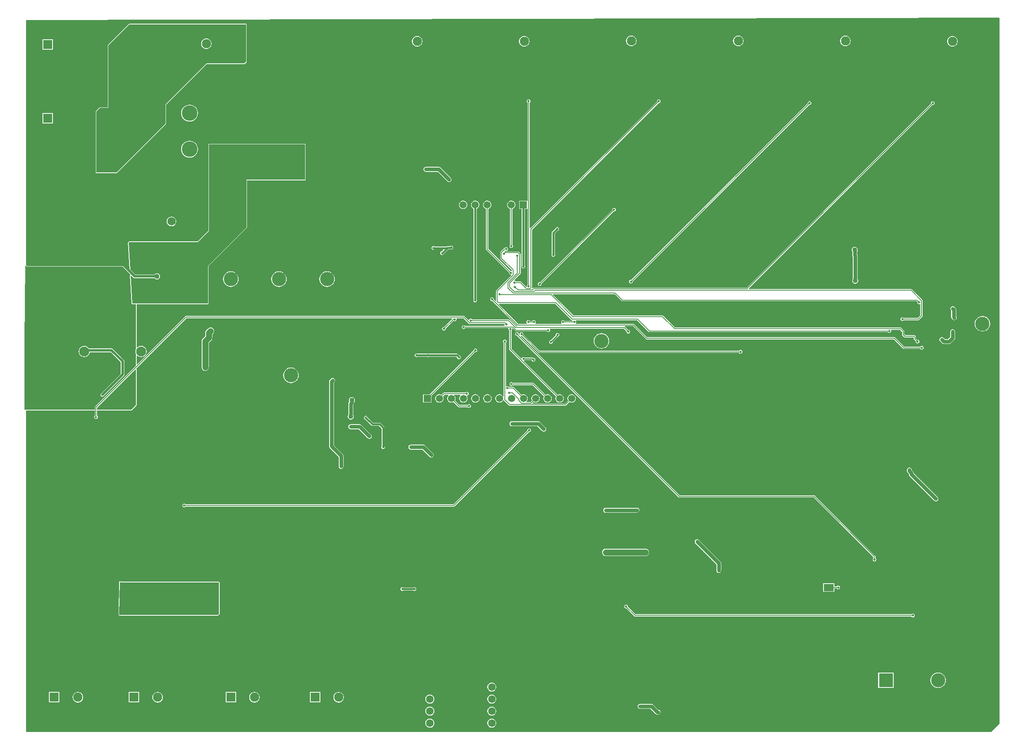
<source format=gbl>
G04*
G04 #@! TF.GenerationSoftware,Altium Limited,Altium Designer,20.0.1 (14)*
G04*
G04 Layer_Physical_Order=2*
G04 Layer_Color=16711680*
%FSLAX44Y44*%
%MOMM*%
G71*
G01*
G75*
%ADD10C,0.2540*%
%ADD116C,1.2700*%
%ADD118C,0.2032*%
%ADD119C,0.3810*%
%ADD120C,0.7620*%
%ADD122C,0.5080*%
%ADD125C,5.0000*%
%ADD126R,1.9500X1.9500*%
%ADD127C,1.9500*%
%ADD128C,3.0000*%
%ADD129R,3.0000X3.0000*%
%ADD130R,1.9500X1.9500*%
%ADD131C,1.5000*%
%ADD132R,1.5000X1.5000*%
%ADD133C,1.6000*%
%ADD134R,1.6000X1.6000*%
%ADD135C,2.1000*%
%ADD136C,3.2900*%
%ADD137C,1.7700*%
%ADD138C,0.5080*%
%ADD139C,1.0160*%
%ADD140R,2.1000X1.5000*%
%ADD141R,2.1000X2.3500*%
G36*
X2320290Y2151751D02*
Y661670D01*
X2302510Y643890D01*
X264160D01*
Y1323235D01*
X409809D01*
Y1312141D01*
X409393Y1311863D01*
X408551Y1310603D01*
X408255Y1309116D01*
X408551Y1307629D01*
X409393Y1306369D01*
X410653Y1305527D01*
X412140Y1305231D01*
X413627Y1305527D01*
X414887Y1306369D01*
X415729Y1307629D01*
X416025Y1309116D01*
X415729Y1310603D01*
X414887Y1311863D01*
X414471Y1312141D01*
Y1323235D01*
X486410D01*
X487382Y1323638D01*
X497542Y1333798D01*
X497945Y1334770D01*
X497945Y1334770D01*
Y1409824D01*
X497840Y1410077D01*
Y1410350D01*
X497647Y1410544D01*
X497542Y1410796D01*
X497317Y1411551D01*
X497347Y1412261D01*
X603411Y1518325D01*
X1164133D01*
X1164659Y1517055D01*
X1147197Y1499593D01*
X1146706Y1499691D01*
X1145219Y1499395D01*
X1143959Y1498553D01*
X1143117Y1497293D01*
X1142821Y1495806D01*
X1143117Y1494319D01*
X1143959Y1493059D01*
X1145219Y1492217D01*
X1146706Y1491921D01*
X1148192Y1492217D01*
X1149453Y1493059D01*
X1150295Y1494319D01*
X1150591Y1495806D01*
X1150493Y1496297D01*
X1167137Y1512940D01*
X1168183Y1512241D01*
X1169670Y1511945D01*
X1171157Y1512241D01*
X1172417Y1513083D01*
X1173259Y1514343D01*
X1173555Y1515830D01*
X1173311Y1517055D01*
X1173996Y1518325D01*
X1188084D01*
X1199551Y1506858D01*
X1200307Y1506353D01*
X1201199Y1506175D01*
X1273759D01*
X1274751Y1505204D01*
X1275047Y1503717D01*
X1275381Y1503217D01*
X1274703Y1501947D01*
X1191290D01*
X1191182Y1502109D01*
X1189922Y1502951D01*
X1188435Y1503247D01*
X1186948Y1502951D01*
X1185688Y1502109D01*
X1184846Y1500849D01*
X1184550Y1499362D01*
X1184846Y1497875D01*
X1185688Y1496615D01*
X1186948Y1495773D01*
X1188435Y1495477D01*
X1189922Y1495773D01*
X1191182Y1496615D01*
X1191630Y1497285D01*
X1282692D01*
X1283377Y1496015D01*
X1283133Y1494790D01*
X1283429Y1493303D01*
X1284271Y1492043D01*
X1284687Y1491765D01*
Y1452802D01*
X1284865Y1451910D01*
X1285370Y1451154D01*
X1383402Y1353121D01*
X1382536Y1351029D01*
X1382234Y1348740D01*
X1382536Y1346451D01*
X1383419Y1344317D01*
X1384825Y1342485D01*
X1386657Y1341079D01*
X1388790Y1340196D01*
X1391080Y1339894D01*
X1393369Y1340196D01*
X1395503Y1341079D01*
X1397335Y1342485D01*
X1398740Y1344317D01*
X1399624Y1346451D01*
X1399925Y1348740D01*
X1399624Y1351029D01*
X1398740Y1353163D01*
X1397335Y1354995D01*
X1395503Y1356401D01*
X1393369Y1357284D01*
X1391080Y1357586D01*
X1388790Y1357284D01*
X1386698Y1356418D01*
X1315594Y1427522D01*
X1316012Y1428900D01*
X1316366Y1428971D01*
X1317627Y1429813D01*
X1317732Y1429970D01*
X1332058D01*
X1332309Y1428709D01*
X1333151Y1427449D01*
X1334412Y1426607D01*
X1335898Y1426311D01*
X1337385Y1426607D01*
X1338645Y1427449D01*
X1339487Y1428709D01*
X1339783Y1430195D01*
X1339487Y1431682D01*
X1338645Y1432942D01*
X1337385Y1433784D01*
X1335898Y1434080D01*
X1335713Y1434043D01*
X1335365Y1434391D01*
X1334525Y1434953D01*
X1333534Y1435150D01*
X1317732D01*
X1317627Y1435307D01*
X1316366Y1436149D01*
X1314880Y1436445D01*
X1313393Y1436149D01*
X1312133Y1435307D01*
X1311291Y1434047D01*
X1311220Y1433692D01*
X1309842Y1433274D01*
X1289349Y1453767D01*
Y1491765D01*
X1289765Y1492043D01*
X1290607Y1493303D01*
X1290903Y1494790D01*
X1290791Y1495353D01*
X1291667Y1496618D01*
X1292465Y1496715D01*
X1297816Y1491364D01*
X1298572Y1490859D01*
X1299464Y1490681D01*
X1364003D01*
X1364281Y1490265D01*
X1365541Y1489423D01*
X1367028Y1489127D01*
X1368515Y1489423D01*
X1369775Y1490265D01*
X1370617Y1491525D01*
X1370913Y1493012D01*
X1370617Y1494499D01*
X1370282Y1494999D01*
X1370961Y1496269D01*
X1526337D01*
X1532405Y1490201D01*
X1532307Y1489710D01*
X1532603Y1488223D01*
X1533445Y1486963D01*
X1534705Y1486121D01*
X1536192Y1485825D01*
X1537679Y1486121D01*
X1538939Y1486963D01*
X1539781Y1488223D01*
X1540077Y1489710D01*
X1539781Y1491197D01*
X1538939Y1492457D01*
X1537679Y1493299D01*
X1536192Y1493595D01*
X1535701Y1493497D01*
X1528950Y1500248D01*
X1528823Y1500333D01*
X1529208Y1501603D01*
X1546149D01*
X1573660Y1474092D01*
X1574416Y1473587D01*
X1575308Y1473409D01*
X2097437D01*
X2116821Y1454026D01*
X2117577Y1453521D01*
X2118469Y1453343D01*
X2152927D01*
X2153205Y1452927D01*
X2154465Y1452085D01*
X2155952Y1451789D01*
X2157439Y1452085D01*
X2158699Y1452927D01*
X2159541Y1454187D01*
X2159837Y1455674D01*
X2159541Y1457161D01*
X2158699Y1458421D01*
X2157439Y1459263D01*
X2155952Y1459559D01*
X2154465Y1459263D01*
X2153205Y1458421D01*
X2152927Y1458005D01*
X2119434D01*
X2100051Y1477388D01*
X2099295Y1477893D01*
X2098403Y1478071D01*
X1576273D01*
X1548762Y1505582D01*
X1548006Y1506087D01*
X1547114Y1506265D01*
X1425878D01*
X1425613Y1506634D01*
X1425315Y1507535D01*
X1425989Y1508543D01*
X1426285Y1510030D01*
X1425989Y1511517D01*
X1425315Y1512525D01*
X1425613Y1513426D01*
X1425878Y1513795D01*
X1555039D01*
X1579248Y1489586D01*
X1580004Y1489081D01*
X1580896Y1488903D01*
X2084238D01*
X2084516Y1488487D01*
X2085777Y1487645D01*
X2087263Y1487349D01*
X2088750Y1487645D01*
X2090010Y1488487D01*
X2090852Y1489747D01*
X2091148Y1491234D01*
X2090904Y1492459D01*
X2091589Y1493729D01*
X2110103D01*
X2114214Y1489618D01*
Y1483615D01*
X2114392Y1482723D01*
X2114897Y1481966D01*
X2118393Y1478470D01*
X2119149Y1477965D01*
X2120041Y1477788D01*
X2138815D01*
Y1474544D01*
X2138992Y1473652D01*
X2139498Y1472896D01*
X2143021Y1469373D01*
X2142923Y1468882D01*
X2143219Y1467395D01*
X2144061Y1466135D01*
X2145321Y1465293D01*
X2146808Y1464997D01*
X2148295Y1465293D01*
X2149555Y1466135D01*
X2150397Y1467395D01*
X2150693Y1468882D01*
X2150397Y1470369D01*
X2149555Y1471629D01*
X2148295Y1472471D01*
X2146808Y1472767D01*
X2146317Y1472669D01*
X2143477Y1475510D01*
Y1478779D01*
X2143299Y1479671D01*
X2142794Y1480428D01*
X2141455Y1481767D01*
X2140699Y1482272D01*
X2139807Y1482449D01*
X2121006D01*
X2118876Y1484580D01*
Y1490584D01*
X2118698Y1491476D01*
X2118193Y1492232D01*
X2112717Y1497708D01*
X2111961Y1498213D01*
X2111069Y1498391D01*
X1634947D01*
X1609976Y1523362D01*
X1609220Y1523867D01*
X1608328Y1524045D01*
X1420317D01*
X1376688Y1567674D01*
X1377174Y1568847D01*
X1507607D01*
X1521585Y1554868D01*
X1522341Y1554363D01*
X1523233Y1554186D01*
X2144568D01*
X2146577Y1552177D01*
X2146479Y1551686D01*
X2146775Y1550199D01*
X2147617Y1548939D01*
X2148877Y1548097D01*
X2150364Y1547801D01*
X2151589Y1548045D01*
X2152859Y1547360D01*
Y1523696D01*
X2147875Y1518711D01*
X2117974D01*
X2117696Y1519127D01*
X2116436Y1519969D01*
X2114949Y1520265D01*
X2113463Y1519969D01*
X2112202Y1519127D01*
X2111360Y1517867D01*
X2111065Y1516380D01*
X2111360Y1514893D01*
X2112202Y1513633D01*
X2113463Y1512791D01*
X2114949Y1512495D01*
X2116436Y1512791D01*
X2117696Y1513633D01*
X2117974Y1514049D01*
X2148840D01*
X2149732Y1514227D01*
X2150488Y1514732D01*
X2156838Y1521082D01*
X2157343Y1521838D01*
X2157521Y1522730D01*
Y1555496D01*
X2157343Y1556388D01*
X2156838Y1557144D01*
X2135248Y1578734D01*
X2134492Y1579239D01*
X2133600Y1579417D01*
X1790983D01*
X1790497Y1580590D01*
X2178829Y1968923D01*
X2179320Y1968825D01*
X2180807Y1969121D01*
X2182067Y1969963D01*
X2182909Y1971223D01*
X2183205Y1972710D01*
X2182909Y1974196D01*
X2182067Y1975457D01*
X2180807Y1976299D01*
X2179320Y1976594D01*
X2177833Y1976299D01*
X2176573Y1975457D01*
X2175731Y1974196D01*
X2175435Y1972710D01*
X2175533Y1972219D01*
X1786033Y1582719D01*
X1336360D01*
X1335468Y1582541D01*
X1334712Y1582036D01*
X1333702Y1581026D01*
X1333390Y1581169D01*
X1332654Y1581775D01*
X1332783Y1582420D01*
Y1705407D01*
X1600109Y1972733D01*
X1600600Y1972635D01*
X1602086Y1972931D01*
X1603347Y1973773D01*
X1604189Y1975033D01*
X1604484Y1976520D01*
X1604189Y1978006D01*
X1603347Y1979267D01*
X1602086Y1980109D01*
X1600600Y1980404D01*
X1599113Y1980109D01*
X1597853Y1979267D01*
X1597011Y1978006D01*
X1596715Y1976520D01*
X1596813Y1976029D01*
X1329227Y1708443D01*
X1327957Y1708969D01*
Y1973495D01*
X1328373Y1973773D01*
X1329215Y1975033D01*
X1329511Y1976520D01*
X1329215Y1978006D01*
X1328373Y1979267D01*
X1327113Y1980109D01*
X1325626Y1980404D01*
X1324139Y1980109D01*
X1322879Y1979267D01*
X1322037Y1978006D01*
X1321741Y1976520D01*
X1322037Y1975033D01*
X1322879Y1973773D01*
X1323295Y1973495D01*
Y1767689D01*
X1323220Y1766450D01*
X1322025Y1766450D01*
X1305680D01*
Y1748910D01*
X1311213D01*
Y1629645D01*
X1310861Y1629119D01*
X1310565Y1627632D01*
X1310861Y1626145D01*
X1311703Y1624885D01*
X1312963Y1624043D01*
X1314450Y1623747D01*
X1315937Y1624043D01*
X1317197Y1624885D01*
X1318039Y1626145D01*
X1318335Y1627632D01*
X1318039Y1629119D01*
X1317687Y1629645D01*
Y1748910D01*
X1323220Y1748910D01*
X1323295Y1747671D01*
Y1588935D01*
X1322879Y1588657D01*
X1322037Y1587397D01*
X1321741Y1585910D01*
X1321909Y1585067D01*
X1320739Y1584442D01*
X1309840Y1595340D01*
X1309084Y1595845D01*
X1308192Y1596022D01*
X1298907D01*
X1298629Y1596439D01*
X1297368Y1597281D01*
X1295882Y1597576D01*
X1295267Y1598749D01*
X1308224Y1611706D01*
X1308729Y1612462D01*
X1308907Y1613354D01*
Y1653540D01*
X1308729Y1654432D01*
X1308224Y1655188D01*
X1305176Y1658236D01*
X1304420Y1658741D01*
X1303528Y1658919D01*
X1275467D01*
X1274527Y1660027D01*
X1274491Y1660323D01*
X1275635Y1661466D01*
X1275688Y1661461D01*
X1276948Y1660619D01*
X1278435Y1660323D01*
X1279921Y1660619D01*
X1281182Y1661461D01*
X1282024Y1662721D01*
X1282319Y1664208D01*
X1282024Y1665695D01*
X1281182Y1666955D01*
X1279921Y1667797D01*
X1278435Y1668093D01*
X1276948Y1667797D01*
X1275688Y1666955D01*
X1275410Y1666539D01*
X1275080D01*
X1274188Y1666361D01*
X1273432Y1665856D01*
X1266320Y1658744D01*
X1265815Y1657988D01*
X1265637Y1657096D01*
Y1645412D01*
X1265815Y1644520D01*
X1266320Y1643764D01*
X1290673Y1619410D01*
X1290572Y1618247D01*
X1289509Y1617558D01*
X1288288Y1617801D01*
X1287797Y1617703D01*
X1240581Y1664919D01*
Y1749153D01*
X1242673Y1750019D01*
X1244505Y1751425D01*
X1245911Y1753257D01*
X1246794Y1755391D01*
X1247096Y1757680D01*
X1246794Y1759969D01*
X1245911Y1762103D01*
X1244505Y1763935D01*
X1242673Y1765341D01*
X1240539Y1766224D01*
X1238250Y1766526D01*
X1235961Y1766224D01*
X1233827Y1765341D01*
X1231995Y1763935D01*
X1230589Y1762103D01*
X1229706Y1759969D01*
X1229404Y1757680D01*
X1229706Y1755391D01*
X1230589Y1753257D01*
X1231995Y1751425D01*
X1233827Y1750019D01*
X1235919Y1749153D01*
Y1663954D01*
X1236097Y1663062D01*
X1236602Y1662306D01*
X1284501Y1614407D01*
X1284403Y1613916D01*
X1284699Y1612429D01*
X1285541Y1611169D01*
X1286801Y1610327D01*
X1288288Y1610031D01*
X1288497Y1610073D01*
X1289122Y1608902D01*
X1257684Y1577464D01*
X1257179Y1576708D01*
X1257001Y1575816D01*
Y1554791D01*
X1255731Y1554265D01*
X1252222Y1557774D01*
X1252319Y1558265D01*
X1252024Y1559752D01*
X1251182Y1561012D01*
X1249921Y1561854D01*
X1248435Y1562150D01*
X1246948Y1561854D01*
X1245688Y1561012D01*
X1244846Y1559752D01*
X1244550Y1558265D01*
X1244846Y1556779D01*
X1245688Y1555518D01*
X1246948Y1554676D01*
X1248435Y1554380D01*
X1248926Y1554478D01*
X1301118Y1502286D01*
X1301245Y1502201D01*
X1300860Y1500931D01*
X1299512D01*
X1285462Y1514980D01*
X1284706Y1515485D01*
X1283814Y1515663D01*
X1206223D01*
X1205945Y1516079D01*
X1204685Y1516921D01*
X1203198Y1517217D01*
X1201711Y1516921D01*
X1200451Y1516079D01*
X1199757Y1515040D01*
X1198375Y1514627D01*
X1190697Y1522304D01*
X1189941Y1522809D01*
X1189049Y1522987D01*
X602446D01*
X601554Y1522809D01*
X600798Y1522304D01*
X499118Y1420624D01*
X497945Y1421110D01*
Y1438810D01*
X499215Y1439207D01*
X501414Y1437519D01*
X504278Y1436333D01*
X507350Y1435928D01*
X510423Y1436333D01*
X513286Y1437519D01*
X515745Y1439406D01*
X517631Y1441864D01*
X518817Y1444727D01*
X519222Y1447800D01*
X518817Y1450873D01*
X517631Y1453736D01*
X515745Y1456194D01*
X513286Y1458081D01*
X510423Y1459267D01*
X507350Y1459672D01*
X504278Y1459267D01*
X501414Y1458081D01*
X499215Y1456393D01*
X497945Y1456790D01*
Y1548025D01*
X648648D01*
X649620Y1548428D01*
X650023Y1549400D01*
X650023Y1628519D01*
X730924Y1709420D01*
X731327Y1710392D01*
X731327Y1710392D01*
X731327Y1809645D01*
X853440D01*
X854412Y1810048D01*
X854815Y1811020D01*
Y1884680D01*
X854412Y1885652D01*
X854412Y1885652D01*
X854010Y1886054D01*
X853038Y1886457D01*
X853037Y1886457D01*
X650717D01*
X649745Y1886054D01*
X649343Y1885082D01*
Y1702847D01*
X626811Y1680315D01*
X481941Y1680314D01*
X481922Y1680307D01*
X481902Y1680314D01*
X481439Y1680106D01*
X480969Y1679912D01*
X480961Y1679892D01*
X480942Y1679884D01*
X480070Y1678961D01*
X480062Y1678941D01*
X480043Y1678932D01*
X479876Y1678452D01*
X479695Y1677977D01*
X479704Y1677958D01*
X479697Y1677938D01*
X482907Y1621654D01*
X483120Y1621213D01*
X483307Y1620760D01*
X494605Y1609463D01*
X495577Y1609060D01*
X495577Y1609060D01*
X535826D01*
X535956Y1609114D01*
X536094Y1609086D01*
X536428Y1609309D01*
X536798Y1609463D01*
X536852Y1609593D01*
X536969Y1609671D01*
X537281Y1610137D01*
X538926Y1611237D01*
X540868Y1611623D01*
X542809Y1611237D01*
X544455Y1610137D01*
X545554Y1608491D01*
X545940Y1606550D01*
X545554Y1604609D01*
X544455Y1602963D01*
X542809Y1601863D01*
X540868Y1601477D01*
X538926Y1601863D01*
X537281Y1602963D01*
X536969Y1603429D01*
X536852Y1603507D01*
X536798Y1603637D01*
X536428Y1603791D01*
X536094Y1604014D01*
X535956Y1603986D01*
X535826Y1604040D01*
X494103D01*
X493017Y1604256D01*
X492097Y1604871D01*
X487177Y1609792D01*
X486973Y1609876D01*
X486876Y1609933D01*
X486694Y1610104D01*
X486093Y1610414D01*
X485739Y1611114D01*
X485559Y1611277D01*
X485466Y1611502D01*
X469126Y1627842D01*
X468154Y1628245D01*
X468154Y1628245D01*
X266761D01*
X264514Y1630492D01*
X264265Y1630595D01*
X264160Y1630701D01*
Y2147570D01*
X2319391Y2152648D01*
X2320290Y2151751D01*
D02*
G37*
G36*
X853440Y1884680D02*
Y1811020D01*
X729952D01*
X729952Y1710392D01*
X648648Y1629088D01*
X648648Y1549400D01*
X488405D01*
X485045Y1608300D01*
X486204Y1608819D01*
X491221Y1603803D01*
X492481Y1602961D01*
X493968Y1602665D01*
X535826D01*
X536289Y1601972D01*
X538390Y1600568D01*
X540868Y1600076D01*
X543345Y1600568D01*
X545446Y1601972D01*
X546849Y1604072D01*
X547342Y1606550D01*
X546849Y1609028D01*
X545446Y1611128D01*
X543345Y1612532D01*
X540868Y1613024D01*
X538390Y1612532D01*
X536289Y1611128D01*
X535826Y1610435D01*
X495577D01*
X484279Y1621732D01*
X481069Y1678017D01*
X481941Y1678940D01*
X627380Y1678940D01*
X650717Y1702278D01*
Y1885082D01*
X853038D01*
X853440Y1884680D01*
D02*
G37*
G36*
X1415926Y1514478D02*
X1416682Y1513973D01*
X1417574Y1513795D01*
X1417767D01*
X1417810Y1513768D01*
X1418354Y1512525D01*
X1418202Y1512361D01*
X1401295D01*
X1401017Y1512777D01*
X1399757Y1513619D01*
X1398270Y1513915D01*
X1396783Y1513619D01*
X1395523Y1512777D01*
X1394681Y1511517D01*
X1394385Y1510030D01*
X1394681Y1508543D01*
X1395355Y1507535D01*
X1395057Y1506634D01*
X1394792Y1506265D01*
X1340420D01*
X1340155Y1506634D01*
X1339857Y1507535D01*
X1340531Y1508543D01*
X1340827Y1510030D01*
X1340531Y1511517D01*
X1339689Y1512777D01*
X1338429Y1513619D01*
X1336942Y1513915D01*
X1335456Y1513619D01*
X1334196Y1512777D01*
X1333918Y1512361D01*
X1328087D01*
X1327809Y1512777D01*
X1326549Y1513619D01*
X1325063Y1513915D01*
X1323576Y1513619D01*
X1322316Y1512777D01*
X1321474Y1511517D01*
X1321178Y1510030D01*
X1321474Y1508543D01*
X1322148Y1507535D01*
X1321850Y1506634D01*
X1321585Y1506265D01*
X1303731D01*
X1262673Y1547323D01*
X1263199Y1548593D01*
X1381811D01*
X1415926Y1514478D01*
D02*
G37*
G36*
X496570Y1409824D02*
Y1334770D01*
X486410Y1324610D01*
X414471D01*
Y1329384D01*
X495397Y1410311D01*
X496570Y1409824D01*
D02*
G37*
G36*
X266192Y1626870D02*
X468154D01*
X484494Y1610530D01*
X484020Y1609215D01*
X483936Y1608975D01*
X483761Y1608790D01*
X483769Y1608498D01*
X483673Y1608222D01*
X487032Y1549322D01*
X487245Y1548880D01*
X487433Y1548428D01*
X487472Y1548412D01*
X487490Y1548374D01*
X487952Y1548213D01*
X488405Y1548025D01*
X496570D01*
Y1452531D01*
X495883Y1450873D01*
X495479Y1447800D01*
X495883Y1444727D01*
X496570Y1443069D01*
Y1418076D01*
X410492Y1331998D01*
X409986Y1331242D01*
X409809Y1330350D01*
Y1324610D01*
X260897D01*
Y1470660D01*
X262367Y1629039D01*
X263542Y1629520D01*
X266192Y1626870D01*
D02*
G37*
%LPC*%
G36*
X1994700Y2115047D02*
X1991823Y2114669D01*
X1989143Y2113558D01*
X1986841Y2111792D01*
X1985074Y2109490D01*
X1983964Y2106809D01*
X1983585Y2103932D01*
X1983964Y2101055D01*
X1985074Y2098375D01*
X1986841Y2096073D01*
X1989143Y2094306D01*
X1991823Y2093196D01*
X1994700Y2092817D01*
X1997577Y2093196D01*
X2000258Y2094306D01*
X2002560Y2096073D01*
X2004326Y2098375D01*
X2005437Y2101055D01*
X2005815Y2103932D01*
X2005437Y2106809D01*
X2004326Y2109490D01*
X2002560Y2111792D01*
X2000258Y2113558D01*
X1997577Y2114669D01*
X1994700Y2115047D01*
D02*
G37*
G36*
X1768640D02*
X1765763Y2114669D01*
X1763083Y2113558D01*
X1760781Y2111792D01*
X1759014Y2109490D01*
X1757904Y2106809D01*
X1757525Y2103932D01*
X1757904Y2101055D01*
X1759014Y2098375D01*
X1760781Y2096073D01*
X1763083Y2094306D01*
X1765763Y2093196D01*
X1768640Y2092817D01*
X1771517Y2093196D01*
X1774198Y2094306D01*
X1776500Y2096073D01*
X1778266Y2098375D01*
X1779377Y2101055D01*
X1779755Y2103932D01*
X1779377Y2106809D01*
X1778266Y2109490D01*
X1776500Y2111792D01*
X1774198Y2113558D01*
X1771517Y2114669D01*
X1768640Y2115047D01*
D02*
G37*
G36*
X1542580D02*
X1539703Y2114669D01*
X1537023Y2113558D01*
X1534721Y2111792D01*
X1532954Y2109490D01*
X1531844Y2106809D01*
X1531465Y2103932D01*
X1531844Y2101055D01*
X1532954Y2098375D01*
X1534721Y2096073D01*
X1537023Y2094306D01*
X1539703Y2093196D01*
X1542580Y2092817D01*
X1545457Y2093196D01*
X1548138Y2094306D01*
X1550440Y2096073D01*
X1552206Y2098375D01*
X1553316Y2101055D01*
X1553695Y2103932D01*
X1553316Y2106809D01*
X1552206Y2109490D01*
X1550440Y2111792D01*
X1548138Y2113558D01*
X1545457Y2114669D01*
X1542580Y2115047D01*
D02*
G37*
G36*
X2220760Y2114235D02*
X2217883Y2113856D01*
X2215203Y2112746D01*
X2212901Y2110979D01*
X2211134Y2108678D01*
X2210024Y2105997D01*
X2209645Y2103120D01*
X2210024Y2100243D01*
X2211134Y2097563D01*
X2212901Y2095260D01*
X2215203Y2093494D01*
X2217883Y2092384D01*
X2220760Y2092005D01*
X2223637Y2092384D01*
X2226318Y2093494D01*
X2228620Y2095260D01*
X2230386Y2097563D01*
X2231496Y2100243D01*
X2231875Y2103120D01*
X2231496Y2105997D01*
X2230386Y2108678D01*
X2228620Y2110979D01*
X2226318Y2112746D01*
X2223637Y2113856D01*
X2220760Y2114235D01*
D02*
G37*
G36*
X1316520D02*
X1313643Y2113856D01*
X1310963Y2112746D01*
X1308661Y2110979D01*
X1306894Y2108678D01*
X1305784Y2105997D01*
X1305405Y2103120D01*
X1305784Y2100243D01*
X1306894Y2097563D01*
X1308661Y2095260D01*
X1310963Y2093494D01*
X1313643Y2092384D01*
X1316520Y2092005D01*
X1319397Y2092384D01*
X1322078Y2093494D01*
X1324380Y2095260D01*
X1326146Y2097563D01*
X1327256Y2100243D01*
X1327635Y2103120D01*
X1327256Y2105997D01*
X1326146Y2108678D01*
X1324380Y2110979D01*
X1322078Y2112746D01*
X1319397Y2113856D01*
X1316520Y2114235D01*
D02*
G37*
G36*
X1090460D02*
X1087583Y2113856D01*
X1084903Y2112746D01*
X1082601Y2110979D01*
X1080834Y2108678D01*
X1079724Y2105997D01*
X1079345Y2103120D01*
X1079724Y2100243D01*
X1080834Y2097563D01*
X1082601Y2095260D01*
X1084903Y2093494D01*
X1087583Y2092384D01*
X1090460Y2092005D01*
X1093337Y2092384D01*
X1096018Y2093494D01*
X1098320Y2095260D01*
X1100086Y2097563D01*
X1101197Y2100243D01*
X1101575Y2103120D01*
X1101197Y2105997D01*
X1100086Y2108678D01*
X1098320Y2110979D01*
X1096018Y2112746D01*
X1093337Y2113856D01*
X1090460Y2114235D01*
D02*
G37*
G36*
X320900Y2107012D02*
X298860D01*
Y2084972D01*
X320900D01*
Y2107012D01*
D02*
G37*
G36*
X482600Y2140055D02*
X481628Y2139652D01*
Y2139652D01*
X437178Y2095202D01*
X436775Y2094230D01*
X436775Y2094230D01*
Y1963525D01*
X420370D01*
X419398Y1963122D01*
X411778Y1955502D01*
X411375Y1954530D01*
X411375Y1954530D01*
X411375Y1826260D01*
X411778Y1825288D01*
X412750Y1824885D01*
X455930Y1824885D01*
X455930Y1824885D01*
X456902Y1825288D01*
X559772Y1928158D01*
X560175Y1929130D01*
X560175Y1929130D01*
Y1969201D01*
X645729Y2054755D01*
X725170D01*
X725170Y2054755D01*
X726142Y2055158D01*
X729952Y2058968D01*
X730355Y2059940D01*
X730355Y2059940D01*
Y2138680D01*
X729952Y2139652D01*
X728980Y2140055D01*
X482600D01*
X482600Y2140055D01*
D02*
G37*
G36*
X1918970Y1976594D02*
X1917483Y1976299D01*
X1916223Y1975457D01*
X1915381Y1974196D01*
X1915085Y1972710D01*
X1915183Y1972219D01*
X1542205Y1599241D01*
X1541714Y1599338D01*
X1540227Y1599043D01*
X1538967Y1598201D01*
X1538125Y1596940D01*
X1537829Y1595454D01*
X1538125Y1593967D01*
X1538967Y1592707D01*
X1540227Y1591865D01*
X1541714Y1591569D01*
X1543201Y1591865D01*
X1544461Y1592707D01*
X1545303Y1593967D01*
X1545599Y1595454D01*
X1545501Y1595945D01*
X1918479Y1968923D01*
X1918970Y1968825D01*
X1920457Y1969121D01*
X1921717Y1969963D01*
X1922559Y1971223D01*
X1922855Y1972710D01*
X1922559Y1974196D01*
X1921717Y1975457D01*
X1920457Y1976299D01*
X1918970Y1976594D01*
D02*
G37*
G36*
X609600Y1969196D02*
X606126Y1968854D01*
X602786Y1967840D01*
X599708Y1966195D01*
X597009Y1963981D01*
X594795Y1961282D01*
X593150Y1958204D01*
X592136Y1954864D01*
X591794Y1951390D01*
X592136Y1947916D01*
X593150Y1944576D01*
X594795Y1941498D01*
X597009Y1938799D01*
X599708Y1936585D01*
X602786Y1934940D01*
X606126Y1933926D01*
X609600Y1933584D01*
X613074Y1933926D01*
X616414Y1934940D01*
X619492Y1936585D01*
X622191Y1938799D01*
X624405Y1941498D01*
X626050Y1944576D01*
X627064Y1947916D01*
X627406Y1951390D01*
X627064Y1954864D01*
X626050Y1958204D01*
X624405Y1961282D01*
X622191Y1963981D01*
X619492Y1966195D01*
X616414Y1967840D01*
X613074Y1968854D01*
X609600Y1969196D01*
D02*
G37*
G36*
X320900Y1951580D02*
X298860D01*
Y1929540D01*
X320900D01*
Y1951580D01*
D02*
G37*
G36*
X609600Y1892996D02*
X606126Y1892654D01*
X602786Y1891640D01*
X599708Y1889995D01*
X597009Y1887781D01*
X594795Y1885082D01*
X593150Y1882004D01*
X592136Y1878664D01*
X591794Y1875190D01*
X592136Y1871716D01*
X593150Y1868376D01*
X594795Y1865298D01*
X597009Y1862599D01*
X599708Y1860385D01*
X602786Y1858740D01*
X606126Y1857726D01*
X609600Y1857384D01*
X613074Y1857726D01*
X616414Y1858740D01*
X619492Y1860385D01*
X622191Y1862599D01*
X624405Y1865298D01*
X626050Y1868376D01*
X627064Y1871716D01*
X627406Y1875190D01*
X627064Y1878664D01*
X626050Y1882004D01*
X624405Y1885082D01*
X622191Y1887781D01*
X619492Y1889995D01*
X616414Y1891640D01*
X613074Y1892654D01*
X609600Y1892996D01*
D02*
G37*
G36*
X1136015Y1837789D02*
X1108710D01*
X1106728Y1837395D01*
X1105048Y1836272D01*
X1103925Y1834592D01*
X1103531Y1832610D01*
X1103925Y1830628D01*
X1105048Y1828947D01*
X1106728Y1827825D01*
X1108710Y1827431D01*
X1133870D01*
X1153942Y1807357D01*
X1155623Y1806235D01*
X1157605Y1805840D01*
X1159587Y1806235D01*
X1161267Y1807357D01*
X1162390Y1809038D01*
X1162785Y1811020D01*
X1162390Y1813002D01*
X1161267Y1814682D01*
X1139678Y1836272D01*
X1137997Y1837395D01*
X1136015Y1837789D01*
D02*
G37*
G36*
X1187450Y1766526D02*
X1185161Y1766224D01*
X1183027Y1765341D01*
X1181195Y1763935D01*
X1179789Y1762103D01*
X1178906Y1759969D01*
X1178604Y1757680D01*
X1178906Y1755391D01*
X1179789Y1753257D01*
X1181195Y1751425D01*
X1183027Y1750019D01*
X1185161Y1749136D01*
X1187450Y1748834D01*
X1189739Y1749136D01*
X1191873Y1750019D01*
X1193705Y1751425D01*
X1195111Y1753257D01*
X1195994Y1755391D01*
X1196296Y1757680D01*
X1195994Y1759969D01*
X1195111Y1762103D01*
X1193705Y1763935D01*
X1191873Y1765341D01*
X1189739Y1766224D01*
X1187450Y1766526D01*
D02*
G37*
G36*
X1505966Y1751151D02*
X1504479Y1750855D01*
X1503219Y1750013D01*
X1502377Y1748753D01*
X1502081Y1747266D01*
X1502179Y1746775D01*
X1349485Y1594081D01*
X1348994Y1594179D01*
X1347507Y1593883D01*
X1346247Y1593041D01*
X1345405Y1591781D01*
X1345109Y1590294D01*
X1345405Y1588807D01*
X1346247Y1587547D01*
X1347507Y1586705D01*
X1348994Y1586409D01*
X1350481Y1586705D01*
X1351741Y1587547D01*
X1352583Y1588807D01*
X1352879Y1590294D01*
X1352781Y1590785D01*
X1505475Y1743479D01*
X1505966Y1743381D01*
X1507453Y1743677D01*
X1508713Y1744519D01*
X1509555Y1745779D01*
X1509851Y1747266D01*
X1509555Y1748753D01*
X1508713Y1750013D01*
X1507453Y1750855D01*
X1505966Y1751151D01*
D02*
G37*
G36*
X571500Y1732997D02*
X568858Y1732650D01*
X566396Y1731630D01*
X564282Y1730008D01*
X562660Y1727894D01*
X561641Y1725432D01*
X561293Y1722790D01*
X561641Y1720148D01*
X562660Y1717686D01*
X564282Y1715572D01*
X566396Y1713950D01*
X568858Y1712930D01*
X571500Y1712583D01*
X574142Y1712930D01*
X576604Y1713950D01*
X578718Y1715572D01*
X580340Y1717686D01*
X581359Y1720148D01*
X581707Y1722790D01*
X581359Y1725432D01*
X580340Y1727894D01*
X578718Y1730008D01*
X576604Y1731630D01*
X574142Y1732650D01*
X571500Y1732997D01*
D02*
G37*
G36*
X1162616Y1671395D02*
X1161129Y1671099D01*
X1160239Y1670504D01*
X1154695D01*
X1153456Y1670258D01*
X1152668Y1669731D01*
X1126725D01*
X1126199Y1670083D01*
X1124712Y1670379D01*
X1123225Y1670083D01*
X1121965Y1669241D01*
X1121123Y1667981D01*
X1120827Y1666494D01*
X1121123Y1665007D01*
X1121965Y1663747D01*
X1123225Y1662905D01*
X1124712Y1662609D01*
X1126199Y1662905D01*
X1126725Y1663257D01*
X1144447D01*
X1144933Y1662083D01*
X1142104Y1659254D01*
X1141483Y1659131D01*
X1140223Y1658289D01*
X1139381Y1657029D01*
X1139085Y1655542D01*
X1139381Y1654055D01*
X1140223Y1652795D01*
X1141483Y1651953D01*
X1142970Y1651657D01*
X1144457Y1651953D01*
X1145717Y1652795D01*
X1146559Y1654055D01*
X1146683Y1654676D01*
X1156036Y1664030D01*
X1160967D01*
X1161129Y1663921D01*
X1162616Y1663625D01*
X1164102Y1663921D01*
X1165363Y1664763D01*
X1166205Y1666023D01*
X1166501Y1667510D01*
X1166205Y1668997D01*
X1165363Y1670257D01*
X1164102Y1671099D01*
X1162616Y1671395D01*
D02*
G37*
G36*
X1289050Y1766526D02*
X1286761Y1766224D01*
X1284627Y1765341D01*
X1282795Y1763935D01*
X1281389Y1762103D01*
X1280506Y1759969D01*
X1280204Y1757680D01*
X1280506Y1755391D01*
X1281389Y1753257D01*
X1282795Y1751425D01*
X1284627Y1750019D01*
X1286719Y1749153D01*
Y1673583D01*
X1286303Y1673305D01*
X1285461Y1672045D01*
X1285165Y1670558D01*
X1285461Y1669071D01*
X1286303Y1667811D01*
X1287563Y1666969D01*
X1289050Y1666673D01*
X1290537Y1666969D01*
X1291797Y1667811D01*
X1292639Y1669071D01*
X1292935Y1670558D01*
X1292639Y1672045D01*
X1291797Y1673305D01*
X1291381Y1673583D01*
Y1749153D01*
X1293473Y1750019D01*
X1295305Y1751425D01*
X1296711Y1753257D01*
X1297594Y1755391D01*
X1297896Y1757680D01*
X1297594Y1759969D01*
X1296711Y1762103D01*
X1295305Y1763935D01*
X1293473Y1765341D01*
X1291339Y1766224D01*
X1289050Y1766526D01*
D02*
G37*
G36*
X1386172Y1710765D02*
X1384686Y1710469D01*
X1383426Y1709627D01*
X1382583Y1708367D01*
X1382460Y1707746D01*
X1375661Y1700947D01*
X1374959Y1699896D01*
X1374713Y1698658D01*
Y1653670D01*
X1374361Y1653144D01*
X1374065Y1651657D01*
X1374361Y1650171D01*
X1375203Y1648911D01*
X1376463Y1648068D01*
X1377950Y1647773D01*
X1379437Y1648068D01*
X1380697Y1648911D01*
X1381539Y1650171D01*
X1381835Y1651657D01*
X1381539Y1653144D01*
X1381187Y1653670D01*
Y1697317D01*
X1387038Y1703168D01*
X1387659Y1703291D01*
X1388919Y1704133D01*
X1389761Y1705393D01*
X1390057Y1706880D01*
X1389761Y1708367D01*
X1388919Y1709627D01*
X1387659Y1710469D01*
X1386172Y1710765D01*
D02*
G37*
G36*
X2014220Y1668904D02*
X2011742Y1668412D01*
X2009642Y1667008D01*
X2008238Y1664908D01*
X2007746Y1662430D01*
X2008238Y1659952D01*
X2009041Y1658752D01*
Y1651000D01*
X2009435Y1649018D01*
X2010311Y1647707D01*
Y1601338D01*
X2009508Y1600138D01*
X2009016Y1597660D01*
X2009508Y1595182D01*
X2010912Y1593082D01*
X2013012Y1591678D01*
X2015490Y1591186D01*
X2017968Y1591678D01*
X2020068Y1593082D01*
X2021472Y1595182D01*
X2021964Y1597660D01*
X2021472Y1600138D01*
X2020670Y1601338D01*
Y1649730D01*
X2020670Y1649730D01*
X2020275Y1651712D01*
X2019400Y1653023D01*
Y1658752D01*
X2020202Y1659952D01*
X2020694Y1662430D01*
X2020202Y1664908D01*
X2018798Y1667008D01*
X2016698Y1668412D01*
X2014220Y1668904D01*
D02*
G37*
G36*
X899960Y1617096D02*
X896771Y1616782D01*
X893704Y1615852D01*
X890877Y1614341D01*
X888400Y1612308D01*
X886367Y1609830D01*
X884856Y1607004D01*
X883925Y1603937D01*
X883611Y1600748D01*
X883925Y1597558D01*
X884856Y1594491D01*
X886367Y1591665D01*
X888400Y1589187D01*
X890877Y1587154D01*
X893704Y1585643D01*
X896771Y1584713D01*
X899960Y1584399D01*
X903150Y1584713D01*
X906217Y1585643D01*
X909043Y1587154D01*
X911520Y1589187D01*
X913553Y1591665D01*
X915064Y1594491D01*
X915995Y1597558D01*
X916309Y1600748D01*
X915995Y1603937D01*
X915064Y1607004D01*
X913553Y1609830D01*
X911520Y1612308D01*
X909043Y1614341D01*
X906217Y1615852D01*
X903150Y1616782D01*
X899960Y1617096D01*
D02*
G37*
G36*
X798360D02*
X795171Y1616782D01*
X792104Y1615852D01*
X789277Y1614341D01*
X786800Y1612308D01*
X784767Y1609830D01*
X783256Y1607004D01*
X782326Y1603937D01*
X782011Y1600748D01*
X782326Y1597558D01*
X783256Y1594491D01*
X784767Y1591665D01*
X786800Y1589187D01*
X789277Y1587154D01*
X792104Y1585643D01*
X795171Y1584713D01*
X798360Y1584399D01*
X801550Y1584713D01*
X804616Y1585643D01*
X807443Y1587154D01*
X809920Y1589187D01*
X811954Y1591665D01*
X813464Y1594491D01*
X814395Y1597558D01*
X814709Y1600748D01*
X814395Y1603937D01*
X813464Y1607004D01*
X811954Y1609830D01*
X809920Y1612308D01*
X807443Y1614341D01*
X804616Y1615852D01*
X801550Y1616782D01*
X798360Y1617096D01*
D02*
G37*
G36*
X696760D02*
X693571Y1616782D01*
X690504Y1615852D01*
X687677Y1614341D01*
X685200Y1612308D01*
X683167Y1609830D01*
X681656Y1607004D01*
X680725Y1603937D01*
X680411Y1600748D01*
X680725Y1597558D01*
X681656Y1594491D01*
X683167Y1591665D01*
X685200Y1589187D01*
X687677Y1587154D01*
X690504Y1585643D01*
X693571Y1584713D01*
X696760Y1584399D01*
X699950Y1584713D01*
X703017Y1585643D01*
X705843Y1587154D01*
X708320Y1589187D01*
X710353Y1591665D01*
X711864Y1594491D01*
X712795Y1597558D01*
X713109Y1600748D01*
X712795Y1603937D01*
X711864Y1607004D01*
X710353Y1609830D01*
X708320Y1612308D01*
X705843Y1614341D01*
X703017Y1615852D01*
X699950Y1616782D01*
X696760Y1617096D01*
D02*
G37*
G36*
X1212850Y1766526D02*
X1210561Y1766224D01*
X1208427Y1765341D01*
X1206595Y1763935D01*
X1205189Y1762103D01*
X1204306Y1759969D01*
X1204004Y1757680D01*
X1204306Y1755391D01*
X1205189Y1753257D01*
X1206595Y1751425D01*
X1208427Y1750019D01*
X1209613Y1749528D01*
Y1557843D01*
X1209261Y1557317D01*
X1208965Y1555830D01*
X1209261Y1554344D01*
X1210103Y1553083D01*
X1211363Y1552241D01*
X1212850Y1551946D01*
X1214337Y1552241D01*
X1215597Y1553083D01*
X1216439Y1554344D01*
X1216735Y1555830D01*
X1216439Y1557317D01*
X1216087Y1557843D01*
Y1749528D01*
X1217273Y1750019D01*
X1219105Y1751425D01*
X1220511Y1753257D01*
X1221394Y1755391D01*
X1221696Y1757680D01*
X1221394Y1759969D01*
X1220511Y1762103D01*
X1219105Y1763935D01*
X1217273Y1765341D01*
X1215139Y1766224D01*
X1212850Y1766526D01*
D02*
G37*
G36*
X2221230Y1543512D02*
X2219248Y1543118D01*
X2217567Y1541995D01*
X2216445Y1540315D01*
X2216051Y1538333D01*
X2216445Y1536351D01*
X2217567Y1534670D01*
X2218033Y1534205D01*
Y1520491D01*
X2218427Y1518509D01*
X2219550Y1516828D01*
X2220830Y1515548D01*
X2222511Y1514425D01*
X2224493Y1514031D01*
X2226475Y1514425D01*
X2228155Y1515548D01*
X2229278Y1517228D01*
X2229672Y1519210D01*
X2229278Y1521192D01*
X2228392Y1522519D01*
Y1536351D01*
X2228392Y1536351D01*
X2227997Y1538333D01*
X2226875Y1540013D01*
X2226875Y1540013D01*
X2224892Y1541995D01*
X2223212Y1543118D01*
X2221230Y1543512D01*
D02*
G37*
G36*
X2284000Y1522929D02*
X2280811Y1522615D01*
X2277744Y1521684D01*
X2274917Y1520173D01*
X2272440Y1518140D01*
X2270407Y1515663D01*
X2268896Y1512836D01*
X2267965Y1509769D01*
X2267651Y1506580D01*
X2267965Y1503391D01*
X2268896Y1500324D01*
X2270407Y1497497D01*
X2272440Y1495020D01*
X2274917Y1492986D01*
X2277744Y1491476D01*
X2280811Y1490545D01*
X2284000Y1490231D01*
X2287189Y1490545D01*
X2290256Y1491476D01*
X2293083Y1492986D01*
X2295560Y1495020D01*
X2297593Y1497497D01*
X2299104Y1500324D01*
X2300035Y1503391D01*
X2300349Y1506580D01*
X2300035Y1509769D01*
X2299104Y1512836D01*
X2297593Y1515663D01*
X2295560Y1518140D01*
X2293083Y1520173D01*
X2290256Y1521684D01*
X2287189Y1522615D01*
X2284000Y1522929D01*
D02*
G37*
G36*
X1310640Y1488769D02*
X1309153Y1488473D01*
X1307893Y1487631D01*
X1307051Y1486371D01*
X1306755Y1484884D01*
X1306923Y1484041D01*
X1305753Y1483416D01*
X1304775Y1484393D01*
X1304873Y1484884D01*
X1304577Y1486371D01*
X1303735Y1487631D01*
X1302475Y1488473D01*
X1300988Y1488769D01*
X1299501Y1488473D01*
X1298241Y1487631D01*
X1297399Y1486371D01*
X1297103Y1484884D01*
X1297399Y1483397D01*
X1298241Y1482137D01*
X1299501Y1481295D01*
X1300988Y1480999D01*
X1301479Y1481097D01*
X1642748Y1139828D01*
X1643504Y1139323D01*
X1644396Y1139145D01*
X1928419D01*
X2053829Y1013735D01*
Y1011405D01*
X2053413Y1011127D01*
X2052571Y1009867D01*
X2052275Y1008380D01*
X2052571Y1006893D01*
X2053413Y1005633D01*
X2054673Y1004791D01*
X2056160Y1004495D01*
X2057647Y1004791D01*
X2058907Y1005633D01*
X2059749Y1006893D01*
X2060045Y1008380D01*
X2059749Y1009867D01*
X2058907Y1011127D01*
X2058491Y1011405D01*
Y1014700D01*
X2058313Y1015592D01*
X2057808Y1016348D01*
X1931032Y1143124D01*
X1930276Y1143629D01*
X1929384Y1143807D01*
X1645361D01*
X1309172Y1479996D01*
X1309797Y1481167D01*
X1310640Y1480999D01*
X1311131Y1481097D01*
X1346584Y1445644D01*
X1347340Y1445139D01*
X1348232Y1444961D01*
X1770149D01*
X1770427Y1444545D01*
X1771687Y1443703D01*
X1773174Y1443407D01*
X1774661Y1443703D01*
X1775921Y1444545D01*
X1776763Y1445805D01*
X1777059Y1447292D01*
X1776763Y1448779D01*
X1775921Y1450039D01*
X1774661Y1450881D01*
X1773174Y1451177D01*
X1771687Y1450881D01*
X1770427Y1450039D01*
X1770149Y1449623D01*
X1349197D01*
X1314427Y1484393D01*
X1314525Y1484884D01*
X1314229Y1486371D01*
X1313387Y1487631D01*
X1312127Y1488473D01*
X1310640Y1488769D01*
D02*
G37*
G36*
X2221230Y1494890D02*
X2219248Y1494495D01*
X2217567Y1493372D01*
X2216445Y1491692D01*
X2216051Y1489710D01*
Y1479008D01*
X2211104Y1474061D01*
X2204733D01*
X2201932Y1476862D01*
X2200252Y1477985D01*
X2198270Y1478380D01*
X2196288Y1477985D01*
X2194607Y1476862D01*
X2193485Y1475182D01*
X2193090Y1473200D01*
X2193485Y1471218D01*
X2194607Y1469538D01*
X2198925Y1465220D01*
X2200606Y1464097D01*
X2202588Y1463703D01*
X2213249D01*
X2215231Y1464097D01*
X2216912Y1465220D01*
X2224892Y1473200D01*
X2226015Y1474881D01*
X2226409Y1476863D01*
Y1489710D01*
X2226015Y1491692D01*
X2224892Y1493372D01*
X2223212Y1494495D01*
X2221230Y1494890D01*
D02*
G37*
G36*
X1386840Y1487104D02*
X1385353Y1486809D01*
X1384093Y1485967D01*
X1383251Y1484706D01*
X1382955Y1483220D01*
X1383106Y1482461D01*
X1382915Y1482270D01*
X1382354Y1481430D01*
X1382313Y1481226D01*
X1373055Y1471968D01*
X1372870Y1472005D01*
X1371383Y1471709D01*
X1370123Y1470867D01*
X1369281Y1469607D01*
X1368985Y1468120D01*
X1369281Y1466633D01*
X1370123Y1465373D01*
X1371383Y1464531D01*
X1372870Y1464235D01*
X1374357Y1464531D01*
X1375617Y1465373D01*
X1376459Y1466633D01*
X1376755Y1468120D01*
X1376718Y1468305D01*
X1386578Y1478165D01*
X1387139Y1479005D01*
X1387180Y1479210D01*
X1387421Y1479451D01*
X1388327Y1479631D01*
X1389587Y1480473D01*
X1390429Y1481733D01*
X1390725Y1483220D01*
X1390429Y1484706D01*
X1389587Y1485967D01*
X1388327Y1486809D01*
X1386840Y1487104D01*
D02*
G37*
G36*
X1479550Y1486501D02*
X1476360Y1486187D01*
X1473294Y1485256D01*
X1470467Y1483745D01*
X1467990Y1481712D01*
X1465957Y1479235D01*
X1464446Y1476408D01*
X1463515Y1473342D01*
X1463201Y1470152D01*
X1463515Y1466962D01*
X1464446Y1463896D01*
X1465957Y1461069D01*
X1467990Y1458592D01*
X1470467Y1456559D01*
X1473294Y1455048D01*
X1476360Y1454117D01*
X1479550Y1453803D01*
X1482740Y1454117D01*
X1485806Y1455048D01*
X1488633Y1456559D01*
X1491110Y1458592D01*
X1493143Y1461069D01*
X1494654Y1463896D01*
X1495585Y1466962D01*
X1495899Y1470152D01*
X1495585Y1473342D01*
X1494654Y1476408D01*
X1493143Y1479235D01*
X1491110Y1481712D01*
X1488633Y1483745D01*
X1485806Y1485256D01*
X1482740Y1486187D01*
X1479550Y1486501D01*
D02*
G37*
G36*
X1213435Y1454380D02*
X1211949Y1454084D01*
X1210688Y1453242D01*
X1209846Y1451982D01*
X1209551Y1450495D01*
X1209648Y1450005D01*
X1117153Y1357510D01*
X1102910D01*
Y1339970D01*
X1120450D01*
Y1354214D01*
X1212944Y1446708D01*
X1213435Y1446611D01*
X1214922Y1446906D01*
X1216182Y1447749D01*
X1217024Y1449009D01*
X1217320Y1450495D01*
X1217024Y1451982D01*
X1216182Y1453242D01*
X1214922Y1454084D01*
X1213435Y1454380D01*
D02*
G37*
G36*
X1112416Y1443811D02*
X1110929Y1443515D01*
X1110403Y1443163D01*
X1090911D01*
X1090385Y1443515D01*
X1088898Y1443811D01*
X1087411Y1443515D01*
X1086151Y1442673D01*
X1085309Y1441413D01*
X1085013Y1439926D01*
X1085309Y1438439D01*
X1086151Y1437179D01*
X1087411Y1436337D01*
X1088898Y1436041D01*
X1090385Y1436337D01*
X1090911Y1436689D01*
X1110403D01*
X1110929Y1436337D01*
X1112416Y1436041D01*
X1113902Y1436337D01*
X1114429Y1436689D01*
X1172901D01*
X1174847Y1434742D01*
X1174971Y1434121D01*
X1175813Y1432861D01*
X1177073Y1432019D01*
X1178560Y1431723D01*
X1180047Y1432019D01*
X1181307Y1432861D01*
X1182149Y1434121D01*
X1182445Y1435608D01*
X1182149Y1437095D01*
X1181307Y1438355D01*
X1180047Y1439197D01*
X1179426Y1439321D01*
X1176531Y1442215D01*
X1175481Y1442917D01*
X1174242Y1443163D01*
X1114429D01*
X1113902Y1443515D01*
X1112416Y1443811D01*
D02*
G37*
G36*
X654083Y1498666D02*
X652094Y1498404D01*
X650240Y1497636D01*
X648648Y1496415D01*
X644805Y1492572D01*
X643584Y1490980D01*
X642816Y1489126D01*
X642554Y1487137D01*
Y1480194D01*
X637185Y1474825D01*
X635964Y1473233D01*
X635196Y1471379D01*
X634934Y1469390D01*
Y1414780D01*
X635196Y1412791D01*
X635964Y1410937D01*
X637185Y1409345D01*
X638777Y1408124D01*
X640631Y1407356D01*
X642620Y1407094D01*
X644609Y1407356D01*
X646463Y1408124D01*
X648055Y1409345D01*
X649276Y1410937D01*
X650044Y1412791D01*
X650306Y1414780D01*
Y1466206D01*
X655675Y1471575D01*
X656896Y1473167D01*
X657664Y1475021D01*
X657926Y1477010D01*
Y1483954D01*
X659518Y1485545D01*
X660739Y1487137D01*
X661507Y1488991D01*
X661769Y1490980D01*
X661507Y1492969D01*
X660739Y1494823D01*
X659518Y1496415D01*
X657926Y1497636D01*
X656072Y1498404D01*
X654083Y1498666D01*
D02*
G37*
G36*
X823760Y1413896D02*
X820571Y1413582D01*
X817504Y1412652D01*
X814677Y1411141D01*
X812200Y1409108D01*
X810167Y1406631D01*
X808656Y1403804D01*
X807726Y1400737D01*
X807411Y1397548D01*
X807726Y1394358D01*
X808656Y1391291D01*
X810167Y1388465D01*
X812200Y1385987D01*
X814677Y1383954D01*
X817504Y1382443D01*
X820571Y1381513D01*
X823760Y1381199D01*
X826950Y1381513D01*
X830016Y1382443D01*
X832843Y1383954D01*
X835320Y1385987D01*
X837354Y1388465D01*
X838864Y1391291D01*
X839795Y1394358D01*
X840109Y1397548D01*
X839795Y1400737D01*
X838864Y1403804D01*
X837354Y1406631D01*
X835320Y1409108D01*
X832843Y1411141D01*
X830016Y1412652D01*
X826950Y1413582D01*
X823760Y1413896D01*
D02*
G37*
G36*
X1195324Y1362531D02*
X1193837Y1362235D01*
X1192577Y1361393D01*
X1192299Y1360977D01*
X1146986D01*
X1146094Y1360799D01*
X1145338Y1360294D01*
X1141461Y1356418D01*
X1139369Y1357284D01*
X1137080Y1357586D01*
X1134790Y1357284D01*
X1132657Y1356401D01*
X1130825Y1354995D01*
X1129419Y1353163D01*
X1128536Y1351029D01*
X1128234Y1348740D01*
X1128536Y1346451D01*
X1129419Y1344317D01*
X1130825Y1342485D01*
X1132657Y1341079D01*
X1134790Y1340196D01*
X1137080Y1339894D01*
X1139369Y1340196D01*
X1141503Y1341079D01*
X1143335Y1342485D01*
X1144740Y1344317D01*
X1145624Y1346451D01*
X1145925Y1348740D01*
X1145624Y1351029D01*
X1144758Y1353121D01*
X1147951Y1356315D01*
X1155970D01*
X1156378Y1355113D01*
X1156225Y1354995D01*
X1154819Y1353163D01*
X1153935Y1351029D01*
X1153634Y1348740D01*
X1153935Y1346451D01*
X1154819Y1344317D01*
X1156225Y1342485D01*
X1158057Y1341079D01*
X1160190Y1340196D01*
X1162480Y1339894D01*
X1164769Y1340196D01*
X1166861Y1341062D01*
X1176834Y1331090D01*
X1177590Y1330585D01*
X1178482Y1330407D01*
X1197167D01*
X1197445Y1329991D01*
X1198705Y1329149D01*
X1200192Y1328853D01*
X1201678Y1329149D01*
X1202939Y1329991D01*
X1203781Y1331251D01*
X1204076Y1332738D01*
X1203781Y1334225D01*
X1202939Y1335485D01*
X1201678Y1336327D01*
X1200192Y1336623D01*
X1198705Y1336327D01*
X1197445Y1335485D01*
X1197167Y1335069D01*
X1179447D01*
X1170157Y1344359D01*
X1171024Y1346451D01*
X1171325Y1348740D01*
X1171024Y1351029D01*
X1170140Y1353163D01*
X1168735Y1354995D01*
X1168581Y1355113D01*
X1168989Y1356315D01*
X1181370D01*
X1181778Y1355113D01*
X1181625Y1354995D01*
X1180219Y1353163D01*
X1179335Y1351029D01*
X1179034Y1348740D01*
X1179335Y1346451D01*
X1180219Y1344317D01*
X1181625Y1342485D01*
X1183457Y1341079D01*
X1185590Y1340196D01*
X1187880Y1339894D01*
X1190169Y1340196D01*
X1192303Y1341079D01*
X1194135Y1342485D01*
X1195540Y1344317D01*
X1196424Y1346451D01*
X1196725Y1348740D01*
X1196424Y1351029D01*
X1195540Y1353163D01*
X1195244Y1353549D01*
X1195251Y1353661D01*
X1195836Y1354863D01*
X1196811Y1355057D01*
X1198071Y1355899D01*
X1198913Y1357159D01*
X1199209Y1358646D01*
X1198913Y1360133D01*
X1198071Y1361393D01*
X1196811Y1362235D01*
X1195324Y1362531D01*
D02*
G37*
G36*
X1275334Y1473021D02*
X1273847Y1472725D01*
X1272587Y1471883D01*
X1271745Y1470623D01*
X1271449Y1469136D01*
X1271745Y1467649D01*
X1272587Y1466389D01*
X1273003Y1466111D01*
Y1353433D01*
X1271740Y1353163D01*
X1270335Y1354995D01*
X1268503Y1356401D01*
X1266369Y1357284D01*
X1264080Y1357586D01*
X1261790Y1357284D01*
X1259657Y1356401D01*
X1257825Y1354995D01*
X1256419Y1353163D01*
X1255536Y1351029D01*
X1255234Y1348740D01*
X1255536Y1346451D01*
X1256419Y1344317D01*
X1257825Y1342485D01*
X1259657Y1341079D01*
X1261790Y1340196D01*
X1264080Y1339894D01*
X1266369Y1340196D01*
X1268503Y1341079D01*
X1270335Y1342485D01*
X1271740Y1344317D01*
X1272005Y1344956D01*
X1272250Y1345029D01*
X1273393Y1344989D01*
X1273686Y1344552D01*
X1284234Y1334004D01*
X1284990Y1333499D01*
X1285882Y1333321D01*
X1403392D01*
X1404284Y1333499D01*
X1405040Y1334004D01*
X1412098Y1341062D01*
X1414190Y1340196D01*
X1416480Y1339894D01*
X1418769Y1340196D01*
X1420903Y1341079D01*
X1422735Y1342485D01*
X1424140Y1344317D01*
X1425024Y1346451D01*
X1425325Y1348740D01*
X1425024Y1351029D01*
X1424140Y1353163D01*
X1422735Y1354995D01*
X1420903Y1356401D01*
X1418769Y1357284D01*
X1416480Y1357586D01*
X1414190Y1357284D01*
X1412057Y1356401D01*
X1410225Y1354995D01*
X1408819Y1353163D01*
X1407935Y1351029D01*
X1407634Y1348740D01*
X1407935Y1346451D01*
X1408802Y1344359D01*
X1402426Y1337983D01*
X1334478D01*
X1333992Y1339156D01*
X1335898Y1341062D01*
X1337990Y1340196D01*
X1340280Y1339894D01*
X1342569Y1340196D01*
X1344703Y1341079D01*
X1346535Y1342485D01*
X1347940Y1344317D01*
X1348824Y1346451D01*
X1349125Y1348740D01*
X1348824Y1351029D01*
X1347940Y1353163D01*
X1346535Y1354995D01*
X1344703Y1356401D01*
X1342569Y1357284D01*
X1340280Y1357586D01*
X1337990Y1357284D01*
X1335857Y1356401D01*
X1334025Y1354995D01*
X1332619Y1353163D01*
X1331736Y1351029D01*
X1331434Y1348740D01*
X1331736Y1346451D01*
X1332602Y1344359D01*
X1329528Y1341285D01*
X1321542D01*
X1321264Y1342105D01*
X1321188Y1342555D01*
X1322540Y1344317D01*
X1323424Y1346451D01*
X1323725Y1348740D01*
X1323424Y1351029D01*
X1322540Y1353163D01*
X1321135Y1354995D01*
X1319303Y1356401D01*
X1317169Y1357284D01*
X1314880Y1357586D01*
X1312590Y1357284D01*
X1310498Y1356418D01*
X1294430Y1372486D01*
X1293674Y1372991D01*
X1292782Y1373169D01*
X1283185D01*
X1282907Y1373585D01*
X1281647Y1374427D01*
X1280160Y1374723D01*
X1278935Y1374479D01*
X1277665Y1375164D01*
Y1466111D01*
X1278081Y1466389D01*
X1278923Y1467649D01*
X1279219Y1469136D01*
X1278923Y1470623D01*
X1278081Y1471883D01*
X1276821Y1472725D01*
X1275334Y1473021D01*
D02*
G37*
G36*
X1289029Y1383010D02*
X1287543Y1382715D01*
X1286282Y1381872D01*
X1285440Y1380612D01*
X1285145Y1379126D01*
X1285440Y1377639D01*
X1286282Y1376379D01*
X1287543Y1375537D01*
X1289029Y1375241D01*
X1290516Y1375537D01*
X1291776Y1376379D01*
X1292054Y1376795D01*
X1334329D01*
X1358002Y1353121D01*
X1357135Y1351029D01*
X1356834Y1348740D01*
X1357135Y1346451D01*
X1358019Y1344317D01*
X1359425Y1342485D01*
X1361257Y1341079D01*
X1363390Y1340196D01*
X1365680Y1339894D01*
X1367969Y1340196D01*
X1370103Y1341079D01*
X1371935Y1342485D01*
X1373340Y1344317D01*
X1374224Y1346451D01*
X1374525Y1348740D01*
X1374224Y1351029D01*
X1373340Y1353163D01*
X1371935Y1354995D01*
X1370103Y1356401D01*
X1367969Y1357284D01*
X1365680Y1357586D01*
X1363390Y1357284D01*
X1361298Y1356418D01*
X1336942Y1380774D01*
X1336186Y1381279D01*
X1335294Y1381456D01*
X1292054D01*
X1291776Y1381872D01*
X1290516Y1382715D01*
X1289029Y1383010D01*
D02*
G37*
G36*
X1238680Y1357586D02*
X1236390Y1357284D01*
X1234257Y1356401D01*
X1232425Y1354995D01*
X1231019Y1353163D01*
X1230135Y1351029D01*
X1229834Y1348740D01*
X1230135Y1346451D01*
X1231019Y1344317D01*
X1232425Y1342485D01*
X1234257Y1341079D01*
X1236390Y1340196D01*
X1238680Y1339894D01*
X1240969Y1340196D01*
X1243103Y1341079D01*
X1244935Y1342485D01*
X1246340Y1344317D01*
X1247224Y1346451D01*
X1247525Y1348740D01*
X1247224Y1351029D01*
X1246340Y1353163D01*
X1244935Y1354995D01*
X1243103Y1356401D01*
X1240969Y1357284D01*
X1238680Y1357586D01*
D02*
G37*
G36*
X1213280D02*
X1210990Y1357284D01*
X1208857Y1356401D01*
X1207025Y1354995D01*
X1205619Y1353163D01*
X1204735Y1351029D01*
X1204434Y1348740D01*
X1204735Y1346451D01*
X1205619Y1344317D01*
X1207025Y1342485D01*
X1208857Y1341079D01*
X1210990Y1340196D01*
X1213280Y1339894D01*
X1215569Y1340196D01*
X1217703Y1341079D01*
X1219535Y1342485D01*
X1220940Y1344317D01*
X1221824Y1346451D01*
X1222125Y1348740D01*
X1221824Y1351029D01*
X1220940Y1353163D01*
X1219535Y1354995D01*
X1217703Y1356401D01*
X1215569Y1357284D01*
X1213280Y1357586D01*
D02*
G37*
G36*
X952500Y1351404D02*
X950022Y1350912D01*
X947922Y1349508D01*
X946518Y1347408D01*
X946026Y1344930D01*
X946518Y1342452D01*
X946884Y1341905D01*
X946298Y1341318D01*
X945175Y1339638D01*
X944781Y1337656D01*
Y1314318D01*
X943978Y1313118D01*
X943486Y1310640D01*
X943978Y1308162D01*
X945382Y1306062D01*
X947482Y1304658D01*
X949960Y1304166D01*
X952438Y1304658D01*
X954538Y1306062D01*
X955942Y1308162D01*
X956434Y1310640D01*
X955942Y1313118D01*
X955139Y1314318D01*
Y1335510D01*
X956162Y1336533D01*
X957285Y1338214D01*
X957680Y1340196D01*
Y1341252D01*
X958482Y1342452D01*
X958974Y1344930D01*
X958482Y1347408D01*
X957078Y1349508D01*
X954978Y1350912D01*
X952500Y1351404D01*
D02*
G37*
G36*
X1346200Y1300580D02*
X1290320D01*
X1288338Y1300185D01*
X1286658Y1299062D01*
X1285535Y1297382D01*
X1285141Y1295400D01*
X1285535Y1293418D01*
X1286658Y1291738D01*
X1288338Y1290615D01*
X1290320Y1290220D01*
X1344055D01*
X1353967Y1280307D01*
X1355648Y1279185D01*
X1357630Y1278791D01*
X1359612Y1279185D01*
X1361293Y1280307D01*
X1362415Y1281988D01*
X1362809Y1283970D01*
X1362415Y1285952D01*
X1361293Y1287632D01*
X1349863Y1299062D01*
X1348182Y1300185D01*
X1346200Y1300580D01*
D02*
G37*
G36*
X1326896Y1285569D02*
X1325409Y1285273D01*
X1324149Y1284431D01*
X1323307Y1283171D01*
X1323011Y1281684D01*
X1323109Y1281193D01*
X1166927Y1125011D01*
X601449D01*
X601171Y1125427D01*
X599911Y1126269D01*
X598424Y1126565D01*
X596937Y1126269D01*
X595677Y1125427D01*
X594835Y1124167D01*
X594539Y1122680D01*
X594835Y1121193D01*
X595677Y1119933D01*
X596937Y1119091D01*
X598424Y1118795D01*
X599911Y1119091D01*
X601171Y1119933D01*
X601449Y1120349D01*
X1167892D01*
X1168784Y1120527D01*
X1169540Y1121032D01*
X1326405Y1277897D01*
X1326896Y1277799D01*
X1328383Y1278095D01*
X1329643Y1278937D01*
X1330485Y1280197D01*
X1330781Y1281684D01*
X1330485Y1283171D01*
X1329643Y1284431D01*
X1328383Y1285273D01*
X1326896Y1285569D01*
D02*
G37*
G36*
X969010Y1294229D02*
X949960D01*
X947978Y1293835D01*
X946298Y1292713D01*
X945175Y1291032D01*
X944781Y1289050D01*
X945175Y1287068D01*
X946298Y1285388D01*
X947978Y1284265D01*
X949960Y1283871D01*
X966865D01*
X985667Y1265068D01*
X987348Y1263945D01*
X989330Y1263550D01*
X991312Y1263945D01*
X992992Y1265068D01*
X994115Y1266748D01*
X994510Y1268730D01*
X994115Y1270712D01*
X992992Y1272393D01*
X972673Y1292713D01*
X970992Y1293835D01*
X969010Y1294229D01*
D02*
G37*
G36*
X981710Y1311985D02*
X980223Y1311689D01*
X978963Y1310847D01*
X978121Y1309587D01*
X977825Y1308100D01*
X978121Y1306613D01*
X978963Y1305353D01*
X980223Y1304511D01*
X980844Y1304388D01*
X993291Y1291940D01*
X994342Y1291239D01*
X995581Y1290992D01*
X1009887D01*
X1015303Y1285577D01*
Y1247883D01*
X1014951Y1247357D01*
X1014655Y1245870D01*
X1014951Y1244383D01*
X1015793Y1243123D01*
X1017053Y1242281D01*
X1018540Y1241985D01*
X1020027Y1242281D01*
X1021287Y1243123D01*
X1022129Y1244383D01*
X1022425Y1245870D01*
X1022129Y1247357D01*
X1021777Y1247883D01*
Y1286918D01*
X1021531Y1288156D01*
X1020829Y1289207D01*
X1013517Y1296519D01*
X1012467Y1297220D01*
X1011228Y1297467D01*
X996921D01*
X985423Y1308966D01*
X985299Y1309587D01*
X984457Y1310847D01*
X983197Y1311689D01*
X981710Y1311985D01*
D02*
G37*
G36*
X1103630Y1251049D02*
X1076960D01*
X1074978Y1250655D01*
X1073298Y1249532D01*
X1072175Y1247852D01*
X1071780Y1245870D01*
X1072175Y1243888D01*
X1073298Y1242207D01*
X1074978Y1241085D01*
X1076960Y1240691D01*
X1101485D01*
X1116478Y1225697D01*
X1118158Y1224575D01*
X1120140Y1224181D01*
X1122122Y1224575D01*
X1123802Y1225697D01*
X1124925Y1227378D01*
X1125320Y1229360D01*
X1124925Y1231342D01*
X1123802Y1233023D01*
X1107292Y1249532D01*
X1105612Y1250655D01*
X1103630Y1251049D01*
D02*
G37*
G36*
X911860Y1392020D02*
X909878Y1391625D01*
X908197Y1390502D01*
X905658Y1387962D01*
X904535Y1386282D01*
X904140Y1384300D01*
Y1247852D01*
X904535Y1245870D01*
X905658Y1244190D01*
X924461Y1225387D01*
Y1205230D01*
X924855Y1203248D01*
X925977Y1201568D01*
X927658Y1200445D01*
X929640Y1200051D01*
X931622Y1200445D01*
X933303Y1201568D01*
X934425Y1203248D01*
X934819Y1205230D01*
Y1227532D01*
X934425Y1229514D01*
X933303Y1231195D01*
X914500Y1249998D01*
Y1382155D01*
X915523Y1383177D01*
X916645Y1384858D01*
X917039Y1386840D01*
X916645Y1388822D01*
X915523Y1390502D01*
X913842Y1391625D01*
X911860Y1392020D01*
D02*
G37*
G36*
X2129790Y1202790D02*
X2127808Y1202395D01*
X2126127Y1201273D01*
X2125005Y1199592D01*
X2124610Y1197610D01*
Y1195070D01*
X2125005Y1193088D01*
X2126127Y1191407D01*
X2128421Y1189115D01*
Y1188720D01*
X2128815Y1186738D01*
X2129937Y1185058D01*
X2182007Y1132988D01*
X2183688Y1131865D01*
X2185670Y1131470D01*
X2187652Y1131865D01*
X2189332Y1132988D01*
X2190455Y1134668D01*
X2190849Y1136650D01*
X2190455Y1138632D01*
X2189332Y1140312D01*
X2138779Y1190865D01*
Y1191260D01*
X2138385Y1193242D01*
X2137263Y1194922D01*
X2134969Y1197215D01*
Y1197610D01*
X2134575Y1199592D01*
X2133452Y1201273D01*
X2131772Y1202395D01*
X2129790Y1202790D01*
D02*
G37*
G36*
X1554480Y1117799D02*
X1488539D01*
X1486557Y1117405D01*
X1484877Y1116282D01*
X1484778Y1116182D01*
X1483655Y1114502D01*
X1483260Y1112520D01*
X1483655Y1110538D01*
X1484778Y1108857D01*
X1486458Y1107735D01*
X1488440Y1107340D01*
X1488940Y1107440D01*
X1554480D01*
X1556462Y1107834D01*
X1558143Y1108957D01*
X1559265Y1110637D01*
X1559659Y1112619D01*
X1559265Y1114602D01*
X1558143Y1116282D01*
X1556462Y1117405D01*
X1554480Y1117799D01*
D02*
G37*
G36*
X1572260Y1031426D02*
X1488560D01*
X1486571Y1031164D01*
X1484717Y1030396D01*
X1483125Y1029174D01*
X1483005Y1029055D01*
X1481784Y1027463D01*
X1481016Y1025609D01*
X1480754Y1023620D01*
X1481016Y1021631D01*
X1481784Y1019777D01*
X1483005Y1018185D01*
X1484597Y1016964D01*
X1486451Y1016196D01*
X1488440Y1015934D01*
X1489351Y1016054D01*
X1572260D01*
X1574249Y1016316D01*
X1576103Y1017084D01*
X1577695Y1018305D01*
X1578916Y1019897D01*
X1579684Y1021751D01*
X1579946Y1023740D01*
X1579684Y1025729D01*
X1578916Y1027583D01*
X1577695Y1029174D01*
X1576103Y1030396D01*
X1574249Y1031164D01*
X1572260Y1031426D01*
D02*
G37*
G36*
X1681480Y1051339D02*
X1679498Y1050945D01*
X1677818Y1049822D01*
X1676695Y1048142D01*
X1676301Y1046160D01*
X1676695Y1044178D01*
X1677818Y1042497D01*
X1722021Y998295D01*
Y985520D01*
X1722415Y983538D01*
X1723537Y981858D01*
X1725218Y980735D01*
X1727200Y980340D01*
X1729182Y980735D01*
X1730862Y981858D01*
X1731985Y983538D01*
X1732379Y985520D01*
Y1000440D01*
X1731985Y1002422D01*
X1730862Y1004102D01*
X1685143Y1049822D01*
X1683462Y1050945D01*
X1681480Y1051339D01*
D02*
G37*
G36*
X463429Y962886D02*
X463181Y962784D01*
X462914Y962786D01*
X461736Y962310D01*
X461545Y962123D01*
X461297Y962025D01*
X461185Y961769D01*
X460986Y961573D01*
X460983Y961306D01*
X460877Y961060D01*
X459652Y892471D01*
X459654Y892464D01*
X459652Y892458D01*
X459847Y891974D01*
X460037Y891491D01*
X460043Y891489D01*
X460046Y891483D01*
X460936Y890577D01*
X460942Y890574D01*
X460944Y890568D01*
X461425Y890369D01*
X461904Y890165D01*
X461910Y890168D01*
X461916Y890165D01*
X669290D01*
X670262Y890568D01*
X670262Y890568D01*
X672802Y893108D01*
X673205Y894080D01*
X673205Y894080D01*
Y960120D01*
X672802Y961092D01*
X671830Y961495D01*
X465389D01*
X464401Y962483D01*
X464154Y962586D01*
X463966Y962777D01*
X463687Y962779D01*
X463429Y962886D01*
D02*
G37*
G36*
X1084580Y950035D02*
X1083093Y949739D01*
X1082567Y949387D01*
X1061193D01*
X1060667Y949739D01*
X1059180Y950035D01*
X1057693Y949739D01*
X1056433Y948897D01*
X1055591Y947637D01*
X1055295Y946150D01*
X1055591Y944663D01*
X1056433Y943403D01*
X1057693Y942561D01*
X1059180Y942265D01*
X1060667Y942561D01*
X1061193Y942913D01*
X1082567D01*
X1083093Y942561D01*
X1084580Y942265D01*
X1086067Y942561D01*
X1087327Y943403D01*
X1088169Y944663D01*
X1088465Y946150D01*
X1088169Y947637D01*
X1087327Y948897D01*
X1086067Y949739D01*
X1084580Y950035D01*
D02*
G37*
G36*
X1971380Y958240D02*
X1947840D01*
Y940700D01*
X1971380D01*
Y947139D01*
X1976495D01*
X1976773Y946723D01*
X1978033Y945881D01*
X1979520Y945585D01*
X1981007Y945881D01*
X1982267Y946723D01*
X1983109Y947983D01*
X1983405Y949470D01*
X1983109Y950956D01*
X1982267Y952217D01*
X1981007Y953059D01*
X1979520Y953354D01*
X1978033Y953059D01*
X1976773Y952217D01*
X1976495Y951801D01*
X1971380D01*
Y958240D01*
D02*
G37*
G36*
X1531366Y913205D02*
X1529879Y912909D01*
X1528619Y912067D01*
X1527777Y910807D01*
X1527481Y909320D01*
X1527777Y907833D01*
X1528619Y906573D01*
X1529879Y905731D01*
X1531366Y905435D01*
X1531857Y905533D01*
X1548514Y888876D01*
X1549270Y888371D01*
X1550162Y888193D01*
X2134215D01*
X2134663Y887523D01*
X2135923Y886681D01*
X2137410Y886385D01*
X2138897Y886681D01*
X2140157Y887523D01*
X2140999Y888783D01*
X2141295Y890270D01*
X2140999Y891757D01*
X2140157Y893017D01*
X2138897Y893859D01*
X2137410Y894155D01*
X2135923Y893859D01*
X2134663Y893017D01*
X2134555Y892855D01*
X1551127D01*
X1535153Y908829D01*
X1535251Y909320D01*
X1534955Y910807D01*
X1534113Y912067D01*
X1532853Y912909D01*
X1531366Y913205D01*
D02*
G37*
G36*
X2096530Y769648D02*
X2063990D01*
Y737108D01*
X2096530D01*
Y769648D01*
D02*
G37*
G36*
X2190260Y769726D02*
X2187070Y769412D01*
X2184003Y768482D01*
X2181177Y766971D01*
X2178699Y764938D01*
X2176666Y762461D01*
X2175155Y759634D01*
X2174225Y756567D01*
X2173911Y753378D01*
X2174225Y750188D01*
X2175155Y747121D01*
X2176666Y744295D01*
X2178699Y741817D01*
X2181177Y739784D01*
X2184003Y738273D01*
X2187070Y737343D01*
X2190260Y737029D01*
X2193449Y737343D01*
X2196516Y738273D01*
X2199343Y739784D01*
X2201820Y741817D01*
X2203853Y744295D01*
X2205364Y747121D01*
X2206294Y750188D01*
X2206608Y753378D01*
X2206294Y756567D01*
X2205364Y759634D01*
X2203853Y762461D01*
X2201820Y764938D01*
X2199343Y766971D01*
X2196516Y768482D01*
X2193449Y769412D01*
X2190260Y769726D01*
D02*
G37*
G36*
X1247879Y748490D02*
X1245459Y748171D01*
X1243204Y747237D01*
X1241267Y745751D01*
X1239781Y743815D01*
X1238847Y741560D01*
X1238529Y739140D01*
X1238847Y736720D01*
X1239781Y734465D01*
X1241267Y732529D01*
X1243204Y731043D01*
X1245459Y730109D01*
X1247879Y729790D01*
X1250299Y730109D01*
X1252554Y731043D01*
X1254490Y732529D01*
X1255976Y734465D01*
X1256910Y736720D01*
X1257229Y739140D01*
X1256910Y741560D01*
X1255976Y743815D01*
X1254490Y745751D01*
X1252554Y747237D01*
X1250299Y748171D01*
X1247879Y748490D01*
D02*
G37*
G36*
X885580Y728570D02*
X863540D01*
Y706530D01*
X885580D01*
Y728570D01*
D02*
G37*
G36*
X707780D02*
X685740D01*
Y706530D01*
X707780D01*
Y728570D01*
D02*
G37*
G36*
X503310D02*
X481270D01*
Y706530D01*
X503310D01*
Y728570D01*
D02*
G37*
G36*
X334870D02*
X312830D01*
Y706530D01*
X334870D01*
Y728570D01*
D02*
G37*
G36*
X924560Y728665D02*
X921683Y728286D01*
X919003Y727176D01*
X916701Y725409D01*
X914934Y723108D01*
X913824Y720427D01*
X913445Y717550D01*
X913824Y714673D01*
X914934Y711992D01*
X916701Y709690D01*
X919003Y707924D01*
X921683Y706814D01*
X924560Y706435D01*
X927437Y706814D01*
X930117Y707924D01*
X932420Y709690D01*
X934186Y711992D01*
X935296Y714673D01*
X935675Y717550D01*
X935296Y720427D01*
X934186Y723108D01*
X932420Y725409D01*
X930117Y727176D01*
X927437Y728286D01*
X924560Y728665D01*
D02*
G37*
G36*
X746760D02*
X743883Y728286D01*
X741202Y727176D01*
X738901Y725409D01*
X737134Y723108D01*
X736024Y720427D01*
X735645Y717550D01*
X736024Y714673D01*
X737134Y711992D01*
X738901Y709690D01*
X741202Y707924D01*
X743883Y706814D01*
X746760Y706435D01*
X749637Y706814D01*
X752318Y707924D01*
X754620Y709690D01*
X756386Y711992D01*
X757496Y714673D01*
X757875Y717550D01*
X757496Y720427D01*
X756386Y723108D01*
X754620Y725409D01*
X752318Y727176D01*
X749637Y728286D01*
X746760Y728665D01*
D02*
G37*
G36*
X542290D02*
X539413Y728286D01*
X536732Y727176D01*
X534431Y725409D01*
X532664Y723108D01*
X531554Y720427D01*
X531175Y717550D01*
X531554Y714673D01*
X532664Y711992D01*
X534431Y709690D01*
X536732Y707924D01*
X539413Y706814D01*
X542290Y706435D01*
X545167Y706814D01*
X547848Y707924D01*
X550149Y709690D01*
X551916Y711992D01*
X553026Y714673D01*
X553405Y717550D01*
X553026Y720427D01*
X551916Y723108D01*
X550149Y725409D01*
X547848Y727176D01*
X545167Y728286D01*
X542290Y728665D01*
D02*
G37*
G36*
X373850D02*
X370973Y728286D01*
X368292Y727176D01*
X365990Y725409D01*
X364224Y723108D01*
X363114Y720427D01*
X362735Y717550D01*
X363114Y714673D01*
X364224Y711992D01*
X365990Y709690D01*
X368292Y707924D01*
X370973Y706814D01*
X373850Y706435D01*
X376727Y706814D01*
X379407Y707924D01*
X381709Y709690D01*
X383476Y711992D01*
X384586Y714673D01*
X384965Y717550D01*
X384586Y720427D01*
X383476Y723108D01*
X381709Y725409D01*
X379407Y727176D01*
X376727Y728286D01*
X373850Y728665D01*
D02*
G37*
G36*
X1247879Y723090D02*
X1245459Y722771D01*
X1243204Y721837D01*
X1241267Y720351D01*
X1239781Y718415D01*
X1238847Y716160D01*
X1238529Y713740D01*
X1238847Y711320D01*
X1239781Y709065D01*
X1241267Y707129D01*
X1243204Y705643D01*
X1245459Y704709D01*
X1247879Y704390D01*
X1250299Y704709D01*
X1252554Y705643D01*
X1254490Y707129D01*
X1255976Y709065D01*
X1256910Y711320D01*
X1257229Y713740D01*
X1256910Y716160D01*
X1255976Y718415D01*
X1254490Y720351D01*
X1252554Y721837D01*
X1250299Y722771D01*
X1247879Y723090D01*
D02*
G37*
G36*
X1117078D02*
X1114658Y722771D01*
X1112403Y721837D01*
X1110467Y720351D01*
X1108981Y718415D01*
X1108047Y716160D01*
X1107728Y713740D01*
X1108047Y711320D01*
X1108981Y709065D01*
X1110467Y707129D01*
X1112403Y705643D01*
X1114658Y704709D01*
X1117078Y704390D01*
X1119498Y704709D01*
X1121753Y705643D01*
X1123690Y707129D01*
X1125176Y709065D01*
X1126110Y711320D01*
X1126428Y713740D01*
X1126110Y716160D01*
X1125176Y718415D01*
X1123690Y720351D01*
X1121753Y721837D01*
X1119498Y722771D01*
X1117078Y723090D01*
D02*
G37*
G36*
X1584960Y703680D02*
X1560830D01*
X1558848Y703285D01*
X1557168Y702162D01*
X1556045Y700482D01*
X1555650Y698500D01*
X1556045Y696518D01*
X1557168Y694837D01*
X1558848Y693715D01*
X1560830Y693320D01*
X1582815D01*
X1593860Y682275D01*
X1595540Y681152D01*
X1597522Y680758D01*
X1599380D01*
X1601362Y681152D01*
X1603043Y682275D01*
X1604165Y683956D01*
X1604560Y685938D01*
X1604165Y687920D01*
X1603043Y689600D01*
X1601362Y690723D01*
X1599739Y691046D01*
X1588622Y702162D01*
X1586942Y703285D01*
X1584960Y703680D01*
D02*
G37*
G36*
X1247879Y697690D02*
X1245459Y697371D01*
X1243204Y696437D01*
X1241267Y694951D01*
X1239781Y693015D01*
X1238847Y690760D01*
X1238529Y688340D01*
X1238847Y685920D01*
X1239781Y683665D01*
X1241267Y681729D01*
X1243204Y680243D01*
X1245459Y679309D01*
X1247879Y678990D01*
X1250299Y679309D01*
X1252554Y680243D01*
X1254490Y681729D01*
X1255976Y683665D01*
X1256910Y685920D01*
X1257229Y688340D01*
X1256910Y690760D01*
X1255976Y693015D01*
X1254490Y694951D01*
X1252554Y696437D01*
X1250299Y697371D01*
X1247879Y697690D01*
D02*
G37*
G36*
X1117078D02*
X1114658Y697371D01*
X1112403Y696437D01*
X1110467Y694951D01*
X1108981Y693015D01*
X1108047Y690760D01*
X1107728Y688340D01*
X1108047Y685920D01*
X1108981Y683665D01*
X1110467Y681729D01*
X1112403Y680243D01*
X1114658Y679309D01*
X1117078Y678990D01*
X1119498Y679309D01*
X1121753Y680243D01*
X1123690Y681729D01*
X1125176Y683665D01*
X1126110Y685920D01*
X1126428Y688340D01*
X1126110Y690760D01*
X1125176Y693015D01*
X1123690Y694951D01*
X1121753Y696437D01*
X1119498Y697371D01*
X1117078Y697690D01*
D02*
G37*
G36*
X1247879Y672290D02*
X1245459Y671971D01*
X1243204Y671037D01*
X1241267Y669551D01*
X1239781Y667615D01*
X1238847Y665360D01*
X1238529Y662940D01*
X1238847Y660520D01*
X1239781Y658265D01*
X1241267Y656329D01*
X1243204Y654843D01*
X1245459Y653909D01*
X1247879Y653590D01*
X1250299Y653909D01*
X1252554Y654843D01*
X1254490Y656329D01*
X1255976Y658265D01*
X1256910Y660520D01*
X1257229Y662940D01*
X1256910Y665360D01*
X1255976Y667615D01*
X1254490Y669551D01*
X1252554Y671037D01*
X1250299Y671971D01*
X1247879Y672290D01*
D02*
G37*
G36*
X1117078D02*
X1114658Y671971D01*
X1112403Y671037D01*
X1110467Y669551D01*
X1108981Y667615D01*
X1108047Y665360D01*
X1107728Y662940D01*
X1108047Y660520D01*
X1108981Y658265D01*
X1110467Y656329D01*
X1112403Y654843D01*
X1114658Y653909D01*
X1117078Y653590D01*
X1119498Y653909D01*
X1121753Y654843D01*
X1123690Y656329D01*
X1125176Y658265D01*
X1126110Y660520D01*
X1126428Y662940D01*
X1126110Y665360D01*
X1125176Y667615D01*
X1123690Y669551D01*
X1121753Y671037D01*
X1119498Y671971D01*
X1117078Y672290D01*
D02*
G37*
%LPD*%
G36*
X728980Y2059940D02*
X725170Y2056130D01*
X645160D01*
X558800Y1969770D01*
Y1929130D01*
X455930Y1826260D01*
X412750Y1826260D01*
X412750Y1954530D01*
X420370Y1962150D01*
X438150D01*
Y2094230D01*
X482600Y2138680D01*
X728980D01*
Y2059940D01*
D02*
G37*
%LPC*%
G36*
X645160Y2109155D02*
X642283Y2108776D01*
X639603Y2107666D01*
X637300Y2105900D01*
X635534Y2103598D01*
X634424Y2100917D01*
X634045Y2098040D01*
X634424Y2095163D01*
X635534Y2092482D01*
X637300Y2090181D01*
X639603Y2088414D01*
X642283Y2087304D01*
X645160Y2086925D01*
X648037Y2087304D01*
X650717Y2088414D01*
X653019Y2090181D01*
X654786Y2092482D01*
X655896Y2095163D01*
X656275Y2098040D01*
X655896Y2100917D01*
X654786Y2103598D01*
X653019Y2105900D01*
X650717Y2107666D01*
X648037Y2108776D01*
X645160Y2109155D01*
D02*
G37*
%LPD*%
G36*
X464820Y960120D02*
X671830D01*
Y894080D01*
X669290Y891540D01*
X461916D01*
X461026Y892446D01*
X462251Y961036D01*
X463429Y961511D01*
X464820Y960120D01*
D02*
G37*
%LPC*%
G36*
X387350Y1459672D02*
X384277Y1459267D01*
X381414Y1458081D01*
X378955Y1456194D01*
X377069Y1453736D01*
X375883Y1450873D01*
X375478Y1447800D01*
X375883Y1444727D01*
X377069Y1441864D01*
X378955Y1439406D01*
X381414Y1437519D01*
X384277Y1436333D01*
X387350Y1435928D01*
X390423Y1436333D01*
X393286Y1437519D01*
X395745Y1439406D01*
X397631Y1441864D01*
X398817Y1444727D01*
X399044Y1446455D01*
X443438D01*
X464310Y1425584D01*
Y1400713D01*
X422703Y1359107D01*
X421861Y1357847D01*
X421565Y1356360D01*
X421861Y1354873D01*
X422703Y1353613D01*
X423963Y1352771D01*
X425450Y1352475D01*
X426937Y1352771D01*
X428197Y1353613D01*
X470941Y1396357D01*
X471783Y1397618D01*
X472079Y1399104D01*
Y1427193D01*
X471783Y1428680D01*
X470941Y1429940D01*
X447794Y1453087D01*
X446534Y1453929D01*
X445047Y1454225D01*
X397256D01*
X395745Y1456194D01*
X393286Y1458081D01*
X390423Y1459267D01*
X387350Y1459672D01*
D02*
G37*
%LPD*%
D10*
X1959610Y924220D02*
X1980173D01*
X1981783Y925830D01*
X1982470D01*
X1386840Y1482533D02*
Y1483220D01*
X1384747Y1480439D02*
X1386840Y1482533D01*
X1384747Y1479996D02*
Y1480439D01*
X1372870Y1468120D02*
X1384747Y1479996D01*
X1314880Y1432560D02*
X1333534D01*
X1335898Y1430195D01*
D116*
X650240Y1487137D02*
X654083Y1490980D01*
X650240Y1477010D02*
Y1487137D01*
X642620Y1469390D02*
X650240Y1477010D01*
X642620Y1414780D02*
Y1469390D01*
X1488440Y1023620D02*
X1488560Y1023740D01*
X1572260D01*
D118*
X1523233Y1556517D02*
X2145533D01*
X1508572Y1571178D02*
X1523233Y1556517D01*
X2145533D02*
X2150364Y1551686D01*
X2133600Y1577086D02*
X2155190Y1555496D01*
X1339662Y1577086D02*
X2133600D01*
X2155190Y1522730D02*
Y1555496D01*
X1337056Y1574480D02*
X1339662Y1577086D01*
X1294958Y1574480D02*
X1337056D01*
X1292926Y1571178D02*
X1508572D01*
X1786998Y1580388D02*
X2179320Y1972710D01*
X1336360Y1580388D02*
X1786998D01*
X1333754Y1577782D02*
X1336360Y1580388D01*
X1303162Y1577782D02*
X1333754D01*
X602446Y1520656D02*
X1189049D01*
X412140Y1330350D02*
X602446Y1520656D01*
X412140Y1309116D02*
Y1330350D01*
X1189049Y1520656D02*
X1201199Y1508506D01*
X1275334D01*
X1278636Y1505204D01*
X1188689Y1499616D02*
X1292860D01*
X1188435Y1499362D02*
X1188689Y1499616D01*
X1292860D02*
X1299464Y1493012D01*
X1146706Y1495806D02*
X1166730Y1515830D01*
X1169670D01*
X1398270Y1510030D02*
X1422400D01*
X1550162Y890524D02*
X2137410D01*
X1325063Y1510030D02*
X1336942D01*
X1295882Y1593692D02*
X1308192D01*
X1320800Y1581084D01*
X1285494Y1592272D02*
X1306576Y1613354D01*
X1282192Y1593640D02*
X1301750Y1613198D01*
X1259332Y1575816D02*
X1293114Y1609598D01*
Y1620266D01*
X1259332Y1553718D02*
Y1575816D01*
X1301750Y1613198D02*
Y1650492D01*
X1282192Y1581912D02*
Y1593640D01*
X1306576Y1613354D02*
Y1653540D01*
X1285494Y1583944D02*
Y1592272D01*
Y1583944D02*
X1294958Y1574480D01*
X2114949Y1516380D02*
X2148840D01*
X1310640Y1484884D02*
X1348232Y1447292D01*
X1773174D01*
X1300988Y1484884D02*
X1644396Y1141476D01*
X1929384D01*
X2056160Y1014700D01*
Y1008380D02*
Y1014700D01*
X1959610Y949470D02*
X1979520D01*
X1531366Y909320D02*
X1550162Y890524D01*
X1289050Y1670558D02*
Y1757680D01*
X1238250Y1663954D02*
Y1757680D01*
Y1663954D02*
X1288288Y1613916D01*
X598424Y1122680D02*
X1167892D01*
X1326896Y1281684D01*
X1325626Y1585910D02*
Y1976520D01*
X1348994Y1590294D02*
X1505966Y1747266D01*
X1296708Y1584236D02*
X1303162Y1577782D01*
X1541714Y1595454D02*
X1918970Y1972710D01*
X1320800Y1581084D02*
X1329116D01*
X1330452Y1582420D01*
Y1706372D01*
X1600600Y1976520D01*
X1299464Y1493012D02*
X1367028D01*
X1203198Y1513332D02*
X1283814D01*
X1298546Y1498600D01*
X1527302D01*
X1536192Y1489710D01*
X1282192Y1581912D02*
X1292926Y1571178D01*
X1580896Y1491234D02*
X2087263D01*
X1556004Y1516126D02*
X1580896Y1491234D01*
X1417574Y1516126D02*
X1556004D01*
X1382776Y1550924D02*
X1417574Y1516126D01*
X1262126Y1550924D02*
X1382776D01*
X1259332Y1553718D02*
X1262126Y1550924D01*
X1267968Y1645412D02*
X1293114Y1620266D01*
X1267968Y1645412D02*
Y1657096D01*
X1275080Y1664208D01*
X1278435D01*
X1273435Y1654556D02*
X1275467Y1656588D01*
X1303528D01*
X1306576Y1653540D01*
X2148840Y1516380D02*
X2155190Y1522730D01*
X1264158Y1568450D02*
X1264732Y1567876D01*
X1373190D01*
X1419352Y1521714D01*
X1608328D01*
X1633982Y1496060D01*
X2111069D01*
X2116545Y1490584D01*
Y1483615D02*
Y1490584D01*
Y1483615D02*
X2120041Y1480119D01*
X2139807D01*
X2141146Y1478779D01*
Y1474544D02*
Y1478779D01*
Y1474544D02*
X2146808Y1468882D01*
X1248435Y1558265D02*
X1302766Y1503934D01*
X1547114D01*
X1575308Y1475740D01*
X2098403D01*
X2118469Y1455674D01*
X2155952D01*
X1111680Y1348740D02*
X1213435Y1450495D01*
X1137080Y1348740D02*
X1146986Y1358646D01*
X1195324D01*
X1162480Y1348740D02*
X1178482Y1332738D01*
X1200192D01*
X1280160Y1370838D02*
X1292782D01*
X1314880Y1348740D01*
X1284986Y1360558D02*
X1291502D01*
X1305052Y1347008D01*
Y1344542D02*
Y1347008D01*
Y1344542D02*
X1310640Y1338954D01*
X1330494D01*
X1340280Y1348740D01*
X1289029Y1379126D02*
X1335294D01*
X1365680Y1348740D01*
X1287018Y1452802D02*
Y1494790D01*
Y1452802D02*
X1391080Y1348740D01*
X1275334Y1346200D02*
Y1469136D01*
Y1346200D02*
X1285882Y1335652D01*
X1403392D01*
X1416480Y1348740D01*
D119*
X1162272Y1667267D02*
X1162616Y1666923D01*
X1059180Y946150D02*
X1084580D01*
X1377950Y1698658D02*
X1386172Y1706880D01*
X1377950Y1651657D02*
Y1698658D01*
X1162616Y1667510D02*
X1162920D01*
X1153922Y1666494D02*
X1154695Y1667267D01*
X995581Y1294229D02*
X1011228D01*
X1018540Y1245870D02*
Y1286918D01*
X1011228Y1294229D02*
X1018540Y1286918D01*
X981710Y1308100D02*
X995581Y1294229D01*
X1124712Y1666494D02*
X1153922D01*
X1112416Y1439926D02*
X1174242D01*
X1088898D02*
X1112416D01*
X1212850Y1555830D02*
Y1757680D01*
X1314450Y1627632D02*
Y1757680D01*
X1174242Y1439926D02*
X1178560Y1435608D01*
X1142970Y1655542D02*
X1153922Y1666494D01*
X1154695Y1667267D02*
X1162272D01*
D120*
X2129790Y1195070D02*
Y1197610D01*
Y1195070D02*
X2133600Y1191260D01*
Y1188720D02*
Y1191260D01*
Y1188720D02*
X2185670Y1136650D01*
X2223212Y1520491D02*
X2224493Y1519210D01*
X2223212Y1520491D02*
Y1536351D01*
X2221230Y1538333D02*
X2223212Y1536351D01*
X952500Y1340196D02*
Y1344930D01*
X949960Y1337656D02*
X952500Y1340196D01*
X949960Y1310640D02*
Y1337656D01*
X909320Y1384300D02*
X911860Y1386840D01*
X909320Y1247852D02*
Y1384300D01*
X929640Y1205230D02*
Y1227532D01*
X909320Y1247852D02*
X929640Y1227532D01*
X1103630Y1245870D02*
X1120140Y1229360D01*
X1488539Y1112619D02*
X1554480D01*
X1076960Y1245870D02*
X1103630D01*
X1727200Y985520D02*
Y1000440D01*
X1346200Y1295400D02*
X1357630Y1283970D01*
X1290320Y1295400D02*
X1346200D01*
X969010Y1289050D02*
X989330Y1268730D01*
X1488440Y1112520D02*
X1488539Y1112619D01*
X949960Y1289050D02*
X969010D01*
X1681480Y1046160D02*
X1727200Y1000440D01*
X2014220Y1651000D02*
Y1662430D01*
Y1651000D02*
X2015490Y1649730D01*
Y1597660D02*
Y1649730D01*
X1584960Y698500D02*
X1597522Y685938D01*
X1599380D01*
X1560830Y698500D02*
X1584960D01*
X1136015Y1832610D02*
X1157605Y1811020D01*
X1108710Y1832610D02*
X1136015D01*
X2198270Y1473200D02*
X2202588Y1468882D01*
X2213249D01*
X2221230Y1476863D01*
Y1489710D01*
D122*
X469900Y1630618D02*
Y1722790D01*
Y1630618D02*
X493968Y1606550D01*
X540868D01*
X389890Y1450340D02*
X445047D01*
X468194Y1427193D01*
Y1399104D02*
Y1427193D01*
X425450Y1356360D02*
X468194Y1399104D01*
X387350Y1447800D02*
X389890Y1450340D01*
D125*
X2286000Y670560D02*
D03*
Y1817370D02*
D03*
X294640Y1784350D02*
D03*
Y872490D02*
D03*
D126*
X695160Y2098040D02*
D03*
X1140460Y2103120D02*
D03*
X2270760D02*
D03*
X2044700Y2103932D02*
D03*
X1818640D02*
D03*
X1592580D02*
D03*
X1366520Y2103120D02*
D03*
X874560Y717550D02*
D03*
X696760D02*
D03*
X492290D02*
D03*
X323850D02*
D03*
D127*
X645160Y2098040D02*
D03*
X1090460Y2103120D02*
D03*
X2220760D02*
D03*
X1994700Y2103932D02*
D03*
X1768640D02*
D03*
X1542580D02*
D03*
X1316520Y2103120D02*
D03*
X309880Y2045991D02*
D03*
Y1890560D02*
D03*
X313690Y1298740D02*
D03*
X924560Y717550D02*
D03*
X746760D02*
D03*
X542290D02*
D03*
X373850D02*
D03*
D128*
X2190260Y753378D02*
D03*
X696760Y1600748D02*
D03*
X798360D02*
D03*
X899960D02*
D03*
X772960Y1397548D02*
D03*
X823760D02*
D03*
X1479550Y1470152D02*
D03*
X2284000Y1506580D02*
D03*
D129*
X2080260Y753378D02*
D03*
D130*
X309880Y2095992D02*
D03*
Y1940560D02*
D03*
X313690Y1348740D02*
D03*
D131*
X1187450Y1757680D02*
D03*
X1212850D02*
D03*
X1238250D02*
D03*
X1263650D02*
D03*
X1289050D02*
D03*
X1137080Y1348740D02*
D03*
X1162480D02*
D03*
X1187880D02*
D03*
X1213280D02*
D03*
X1238680D02*
D03*
X1264080D02*
D03*
X1289480D02*
D03*
X1314880D02*
D03*
X1340280D02*
D03*
X1365680D02*
D03*
X1391080D02*
D03*
X1416480D02*
D03*
D132*
X1314450Y1757680D02*
D03*
X1111680Y1348740D02*
D03*
D133*
X1247879Y662940D02*
D03*
Y688340D02*
D03*
Y713740D02*
D03*
Y739140D02*
D03*
X1117078Y662940D02*
D03*
Y688340D02*
D03*
Y713740D02*
D03*
D134*
Y739140D02*
D03*
D135*
X447350Y1427800D02*
D03*
X507350Y1447800D02*
D03*
Y1569800D02*
D03*
X387350Y1447800D02*
D03*
D136*
X431800Y1849790D02*
D03*
X609600Y1875190D02*
D03*
Y1951390D02*
D03*
D137*
X469900Y1722790D02*
D03*
X571500D02*
D03*
D138*
X2129790Y1197610D02*
D03*
X2185670Y1136650D02*
D03*
X1381760Y1490830D02*
D03*
X1562100Y1592580D02*
D03*
X1581467D02*
D03*
X1600835D02*
D03*
X1620202D02*
D03*
X1639570D02*
D03*
Y1544320D02*
D03*
X1620202D02*
D03*
X1600835D02*
D03*
X1581467D02*
D03*
X1562100D02*
D03*
X2224493Y1519210D02*
D03*
X2221230Y1538333D02*
D03*
X1084580Y946150D02*
D03*
X1059180D02*
D03*
X1188435Y1691640D02*
D03*
X911860Y1386840D02*
D03*
X929640Y1205230D02*
D03*
X654083Y1490980D02*
D03*
X1146706Y1495806D02*
D03*
X642620Y1414780D02*
D03*
X1386172Y1706880D02*
D03*
X1377950Y1651657D02*
D03*
X1162616Y1667510D02*
D03*
X2190260Y874703D02*
D03*
X1248435Y1722270D02*
D03*
X1195070D02*
D03*
X1300494Y1801305D02*
D03*
X1018540Y1245870D02*
D03*
X981710Y1308100D02*
D03*
X2061330Y1309370D02*
D03*
X1398270Y1510030D02*
D03*
X1422400D02*
D03*
X1386840Y1483220D02*
D03*
X1372870Y1468120D02*
D03*
X1325063Y1510030D02*
D03*
X1336942D02*
D03*
X1335898Y1430195D02*
D03*
X1314880Y1432560D02*
D03*
X1727200Y985520D02*
D03*
X1681480Y1046160D02*
D03*
X1554480Y1112619D02*
D03*
X1488440Y1112520D02*
D03*
X1357630Y1283970D02*
D03*
X1290320Y1295400D02*
D03*
X1120140Y1229360D02*
D03*
X1076960Y1245870D02*
D03*
X989330Y1268730D02*
D03*
X949960Y1289050D02*
D03*
X1361440Y1619250D02*
D03*
X381000Y1289390D02*
D03*
X749955Y2005330D02*
D03*
X1572260Y1023740D02*
D03*
X1488440Y1023620D02*
D03*
X1979520Y949470D02*
D03*
X2056160Y1008380D02*
D03*
X2137410Y890270D02*
D03*
X956310Y1757680D02*
D03*
X967740D02*
D03*
X871870Y1760220D02*
D03*
X862330D02*
D03*
X1135380Y1515830D02*
D03*
X1117600D02*
D03*
X1135380Y1590040D02*
D03*
X1116222Y1590294D02*
D03*
X1061720Y1572290D02*
D03*
X2205407Y1483421D02*
D03*
X2218690Y1559560D02*
D03*
X2128970Y1487533D02*
D03*
X2074730Y1519029D02*
D03*
X2080260Y1537570D02*
D03*
X1717040Y715010D02*
D03*
X1720850Y768350D02*
D03*
X1599380Y685938D02*
D03*
X1560830Y698500D02*
D03*
Y719577D02*
D03*
X1563370Y737870D02*
D03*
X1387157Y663418D02*
D03*
X1372870Y689610D02*
D03*
X1356360Y817140D02*
D03*
X859790Y1981965D02*
D03*
X893782Y1929765D02*
D03*
X1298455Y1430195D02*
D03*
X1282300Y1432560D02*
D03*
X1331967Y1535830D02*
D03*
X1350010D02*
D03*
X1153160Y1448409D02*
D03*
X1036320Y818280D02*
D03*
X1102360Y810260D02*
D03*
X1094740Y775970D02*
D03*
X1295882Y1593692D02*
D03*
X1024410Y1388110D02*
D03*
X1124712Y1447923D02*
D03*
X1153160Y1461770D02*
D03*
X1157605Y1811020D02*
D03*
X1108710Y1832610D02*
D03*
X1367790Y1535830D02*
D03*
X1116330Y1450495D02*
D03*
X858067Y1916430D02*
D03*
X1607820Y728980D02*
D03*
X1377950Y1604010D02*
D03*
X1169670Y1515830D02*
D03*
X425450Y1356360D02*
D03*
X1310640Y1484884D02*
D03*
X1773174Y1447292D02*
D03*
X1300988Y1484884D02*
D03*
X412140Y1309116D02*
D03*
X1278636Y1505204D02*
D03*
X1531366Y909320D02*
D03*
X1212850Y1555830D02*
D03*
X1289050Y1670558D02*
D03*
X1288288Y1613916D02*
D03*
X1314450Y1627632D02*
D03*
X1088898Y1439926D02*
D03*
X1178560Y1435608D02*
D03*
X1112416Y1439926D02*
D03*
X1124712Y1666494D02*
D03*
X1142970Y1655542D02*
D03*
X598424Y1122680D02*
D03*
X1326896Y1281684D02*
D03*
X2198270Y1473200D02*
D03*
X2221230Y1489710D02*
D03*
X1325626Y1585910D02*
D03*
Y1976520D02*
D03*
X1348994Y1590294D02*
D03*
X1505966Y1747266D02*
D03*
X1296708Y1584236D02*
D03*
X2179320Y1972710D02*
D03*
X1541714Y1595454D02*
D03*
X1918970Y1972710D02*
D03*
X1600600Y1976520D02*
D03*
X1188435Y1499362D02*
D03*
X1367028Y1493012D02*
D03*
X1203198Y1513332D02*
D03*
X1536192Y1489710D02*
D03*
X1301750Y1650492D02*
D03*
X2150364Y1551686D02*
D03*
X2087263Y1491234D02*
D03*
X1278435Y1664208D02*
D03*
X1273435Y1654556D02*
D03*
X2114949Y1516380D02*
D03*
X1264158Y1568450D02*
D03*
X2146808Y1468882D02*
D03*
X1248435Y1558265D02*
D03*
X2155952Y1455674D02*
D03*
X1213435Y1450495D02*
D03*
X1195324Y1358646D02*
D03*
X1200192Y1332738D02*
D03*
X1280160Y1370838D02*
D03*
X1284986Y1360558D02*
D03*
X1289029Y1379126D02*
D03*
X1287018Y1494790D02*
D03*
X1275334Y1469136D02*
D03*
D139*
X952500Y1344930D02*
D03*
X949960Y1310640D02*
D03*
X468630Y937260D02*
D03*
X2014220Y1662430D02*
D03*
X2015490Y1597660D02*
D03*
X416560Y2023110D02*
D03*
X540868Y1606550D02*
D03*
X676910Y2035810D02*
D03*
X2172970Y1219200D02*
D03*
X2220760Y1941830D02*
D03*
X1992630Y1939290D02*
D03*
X1768640Y1943100D02*
D03*
X1545590Y1949450D02*
D03*
X1311910D02*
D03*
X1090930Y1944370D02*
D03*
X660400Y930910D02*
D03*
X558800D02*
D03*
X609600Y928370D02*
D03*
X494030Y906780D02*
D03*
X452120Y967740D02*
D03*
X660400Y1018540D02*
D03*
X609600D02*
D03*
X558800D02*
D03*
X508000D02*
D03*
D140*
X1959610Y949470D02*
D03*
D141*
Y924220D02*
D03*
M02*

</source>
